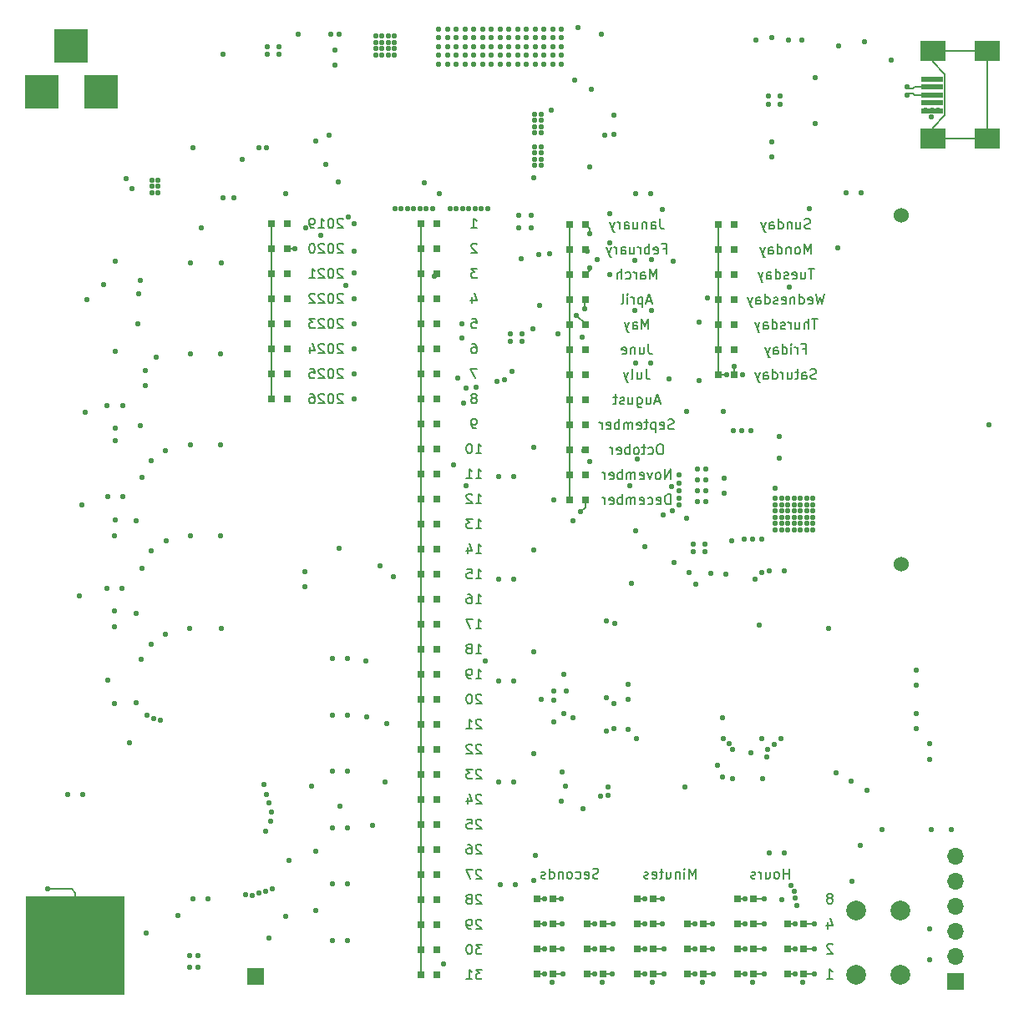
<source format=gbr>
G04 #@! TF.GenerationSoftware,KiCad,Pcbnew,(5.1.2)-1*
G04 #@! TF.CreationDate,2019-09-01T11:48:08-05:00*
G04 #@! TF.ProjectId,Electronic_Calendar,456c6563-7472-46f6-9e69-635f43616c65,rev?*
G04 #@! TF.SameCoordinates,Original*
G04 #@! TF.FileFunction,Copper,L4,Bot*
G04 #@! TF.FilePolarity,Positive*
%FSLAX46Y46*%
G04 Gerber Fmt 4.6, Leading zero omitted, Abs format (unit mm)*
G04 Created by KiCad (PCBNEW (5.1.2)-1) date 2019-09-01 11:48:08*
%MOMM*%
%LPD*%
G04 APERTURE LIST*
%ADD10C,0.150000*%
%ADD11C,1.524000*%
%ADD12R,0.800000X0.800000*%
%ADD13R,1.700000X1.700000*%
%ADD14R,10.000000X10.000000*%
%ADD15C,2.000000*%
%ADD16R,2.300000X0.500000*%
%ADD17R,2.500000X2.000000*%
%ADD18O,1.700000X1.700000*%
%ADD19R,3.500000X3.500000*%
%ADD20C,0.560000*%
%ADD21C,0.200000*%
%ADD22C,0.127000*%
G04 APERTURE END LIST*
D10*
X149574285Y-142311380D02*
X150145714Y-142311380D01*
X149860000Y-142311380D02*
X149860000Y-141311380D01*
X149955238Y-141454238D01*
X150050476Y-141549476D01*
X150145714Y-141597095D01*
X150145714Y-138866619D02*
X150098095Y-138819000D01*
X150002857Y-138771380D01*
X149764761Y-138771380D01*
X149669523Y-138819000D01*
X149621904Y-138866619D01*
X149574285Y-138961857D01*
X149574285Y-139057095D01*
X149621904Y-139199952D01*
X150193333Y-139771380D01*
X149574285Y-139771380D01*
X149669523Y-136564714D02*
X149669523Y-137231380D01*
X149907619Y-136183761D02*
X150145714Y-136898047D01*
X149526666Y-136898047D01*
X149955238Y-134119952D02*
X150050476Y-134072333D01*
X150098095Y-134024714D01*
X150145714Y-133929476D01*
X150145714Y-133881857D01*
X150098095Y-133786619D01*
X150050476Y-133739000D01*
X149955238Y-133691380D01*
X149764761Y-133691380D01*
X149669523Y-133739000D01*
X149621904Y-133786619D01*
X149574285Y-133881857D01*
X149574285Y-133929476D01*
X149621904Y-134024714D01*
X149669523Y-134072333D01*
X149764761Y-134119952D01*
X149955238Y-134119952D01*
X150050476Y-134167571D01*
X150098095Y-134215190D01*
X150145714Y-134310428D01*
X150145714Y-134500904D01*
X150098095Y-134596142D01*
X150050476Y-134643761D01*
X149955238Y-134691380D01*
X149764761Y-134691380D01*
X149669523Y-134643761D01*
X149621904Y-134596142D01*
X149574285Y-134500904D01*
X149574285Y-134310428D01*
X149621904Y-134215190D01*
X149669523Y-134167571D01*
X149764761Y-134119952D01*
X126412261Y-132103761D02*
X126269404Y-132151380D01*
X126031309Y-132151380D01*
X125936071Y-132103761D01*
X125888452Y-132056142D01*
X125840833Y-131960904D01*
X125840833Y-131865666D01*
X125888452Y-131770428D01*
X125936071Y-131722809D01*
X126031309Y-131675190D01*
X126221785Y-131627571D01*
X126317023Y-131579952D01*
X126364642Y-131532333D01*
X126412261Y-131437095D01*
X126412261Y-131341857D01*
X126364642Y-131246619D01*
X126317023Y-131199000D01*
X126221785Y-131151380D01*
X125983690Y-131151380D01*
X125840833Y-131199000D01*
X125031309Y-132103761D02*
X125126547Y-132151380D01*
X125317023Y-132151380D01*
X125412261Y-132103761D01*
X125459880Y-132008523D01*
X125459880Y-131627571D01*
X125412261Y-131532333D01*
X125317023Y-131484714D01*
X125126547Y-131484714D01*
X125031309Y-131532333D01*
X124983690Y-131627571D01*
X124983690Y-131722809D01*
X125459880Y-131818047D01*
X124126547Y-132103761D02*
X124221785Y-132151380D01*
X124412261Y-132151380D01*
X124507500Y-132103761D01*
X124555119Y-132056142D01*
X124602738Y-131960904D01*
X124602738Y-131675190D01*
X124555119Y-131579952D01*
X124507500Y-131532333D01*
X124412261Y-131484714D01*
X124221785Y-131484714D01*
X124126547Y-131532333D01*
X123555119Y-132151380D02*
X123650357Y-132103761D01*
X123697976Y-132056142D01*
X123745595Y-131960904D01*
X123745595Y-131675190D01*
X123697976Y-131579952D01*
X123650357Y-131532333D01*
X123555119Y-131484714D01*
X123412261Y-131484714D01*
X123317023Y-131532333D01*
X123269404Y-131579952D01*
X123221785Y-131675190D01*
X123221785Y-131960904D01*
X123269404Y-132056142D01*
X123317023Y-132103761D01*
X123412261Y-132151380D01*
X123555119Y-132151380D01*
X122793214Y-131484714D02*
X122793214Y-132151380D01*
X122793214Y-131579952D02*
X122745595Y-131532333D01*
X122650357Y-131484714D01*
X122507500Y-131484714D01*
X122412261Y-131532333D01*
X122364642Y-131627571D01*
X122364642Y-132151380D01*
X121459880Y-132151380D02*
X121459880Y-131151380D01*
X121459880Y-132103761D02*
X121555119Y-132151380D01*
X121745595Y-132151380D01*
X121840833Y-132103761D01*
X121888452Y-132056142D01*
X121936071Y-131960904D01*
X121936071Y-131675190D01*
X121888452Y-131579952D01*
X121840833Y-131532333D01*
X121745595Y-131484714D01*
X121555119Y-131484714D01*
X121459880Y-131532333D01*
X121031309Y-132103761D02*
X120936071Y-132151380D01*
X120745595Y-132151380D01*
X120650357Y-132103761D01*
X120602738Y-132008523D01*
X120602738Y-131960904D01*
X120650357Y-131865666D01*
X120745595Y-131818047D01*
X120888452Y-131818047D01*
X120983690Y-131770428D01*
X121031309Y-131675190D01*
X121031309Y-131627571D01*
X120983690Y-131532333D01*
X120888452Y-131484714D01*
X120745595Y-131484714D01*
X120650357Y-131532333D01*
X136262738Y-132151380D02*
X136262738Y-131151380D01*
X135929404Y-131865666D01*
X135596071Y-131151380D01*
X135596071Y-132151380D01*
X135119880Y-132151380D02*
X135119880Y-131484714D01*
X135119880Y-131151380D02*
X135167500Y-131199000D01*
X135119880Y-131246619D01*
X135072261Y-131199000D01*
X135119880Y-131151380D01*
X135119880Y-131246619D01*
X134643690Y-131484714D02*
X134643690Y-132151380D01*
X134643690Y-131579952D02*
X134596071Y-131532333D01*
X134500833Y-131484714D01*
X134357976Y-131484714D01*
X134262738Y-131532333D01*
X134215119Y-131627571D01*
X134215119Y-132151380D01*
X133310357Y-131484714D02*
X133310357Y-132151380D01*
X133738928Y-131484714D02*
X133738928Y-132008523D01*
X133691309Y-132103761D01*
X133596071Y-132151380D01*
X133453214Y-132151380D01*
X133357976Y-132103761D01*
X133310357Y-132056142D01*
X132977023Y-131484714D02*
X132596071Y-131484714D01*
X132834166Y-131151380D02*
X132834166Y-132008523D01*
X132786547Y-132103761D01*
X132691309Y-132151380D01*
X132596071Y-132151380D01*
X131881785Y-132103761D02*
X131977023Y-132151380D01*
X132167500Y-132151380D01*
X132262738Y-132103761D01*
X132310357Y-132008523D01*
X132310357Y-131627571D01*
X132262738Y-131532333D01*
X132167500Y-131484714D01*
X131977023Y-131484714D01*
X131881785Y-131532333D01*
X131834166Y-131627571D01*
X131834166Y-131722809D01*
X132310357Y-131818047D01*
X131453214Y-132103761D02*
X131357976Y-132151380D01*
X131167500Y-132151380D01*
X131072261Y-132103761D01*
X131024642Y-132008523D01*
X131024642Y-131960904D01*
X131072261Y-131865666D01*
X131167500Y-131818047D01*
X131310357Y-131818047D01*
X131405595Y-131770428D01*
X131453214Y-131675190D01*
X131453214Y-131627571D01*
X131405595Y-131532333D01*
X131310357Y-131484714D01*
X131167500Y-131484714D01*
X131072261Y-131532333D01*
X145732261Y-132151380D02*
X145732261Y-131151380D01*
X145732261Y-131627571D02*
X145160833Y-131627571D01*
X145160833Y-132151380D02*
X145160833Y-131151380D01*
X144541785Y-132151380D02*
X144637023Y-132103761D01*
X144684642Y-132056142D01*
X144732261Y-131960904D01*
X144732261Y-131675190D01*
X144684642Y-131579952D01*
X144637023Y-131532333D01*
X144541785Y-131484714D01*
X144398928Y-131484714D01*
X144303690Y-131532333D01*
X144256071Y-131579952D01*
X144208452Y-131675190D01*
X144208452Y-131960904D01*
X144256071Y-132056142D01*
X144303690Y-132103761D01*
X144398928Y-132151380D01*
X144541785Y-132151380D01*
X143351309Y-131484714D02*
X143351309Y-132151380D01*
X143779880Y-131484714D02*
X143779880Y-132008523D01*
X143732261Y-132103761D01*
X143637023Y-132151380D01*
X143494166Y-132151380D01*
X143398928Y-132103761D01*
X143351309Y-132056142D01*
X142875119Y-132151380D02*
X142875119Y-131484714D01*
X142875119Y-131675190D02*
X142827500Y-131579952D01*
X142779880Y-131532333D01*
X142684642Y-131484714D01*
X142589404Y-131484714D01*
X142303690Y-132103761D02*
X142208452Y-132151380D01*
X142017976Y-132151380D01*
X141922738Y-132103761D01*
X141875119Y-132008523D01*
X141875119Y-131960904D01*
X141922738Y-131865666D01*
X142017976Y-131818047D01*
X142160833Y-131818047D01*
X142256071Y-131770428D01*
X142303690Y-131675190D01*
X142303690Y-131627571D01*
X142256071Y-131532333D01*
X142160833Y-131484714D01*
X142017976Y-131484714D01*
X141922738Y-131532333D01*
X100520285Y-83050119D02*
X100472666Y-83002500D01*
X100377428Y-82954880D01*
X100139333Y-82954880D01*
X100044095Y-83002500D01*
X99996476Y-83050119D01*
X99948857Y-83145357D01*
X99948857Y-83240595D01*
X99996476Y-83383452D01*
X100567904Y-83954880D01*
X99948857Y-83954880D01*
X99329809Y-82954880D02*
X99234571Y-82954880D01*
X99139333Y-83002500D01*
X99091714Y-83050119D01*
X99044095Y-83145357D01*
X98996476Y-83335833D01*
X98996476Y-83573928D01*
X99044095Y-83764404D01*
X99091714Y-83859642D01*
X99139333Y-83907261D01*
X99234571Y-83954880D01*
X99329809Y-83954880D01*
X99425047Y-83907261D01*
X99472666Y-83859642D01*
X99520285Y-83764404D01*
X99567904Y-83573928D01*
X99567904Y-83335833D01*
X99520285Y-83145357D01*
X99472666Y-83050119D01*
X99425047Y-83002500D01*
X99329809Y-82954880D01*
X98615523Y-83050119D02*
X98567904Y-83002500D01*
X98472666Y-82954880D01*
X98234571Y-82954880D01*
X98139333Y-83002500D01*
X98091714Y-83050119D01*
X98044095Y-83145357D01*
X98044095Y-83240595D01*
X98091714Y-83383452D01*
X98663142Y-83954880D01*
X98044095Y-83954880D01*
X97186952Y-82954880D02*
X97377428Y-82954880D01*
X97472666Y-83002500D01*
X97520285Y-83050119D01*
X97615523Y-83192976D01*
X97663142Y-83383452D01*
X97663142Y-83764404D01*
X97615523Y-83859642D01*
X97567904Y-83907261D01*
X97472666Y-83954880D01*
X97282190Y-83954880D01*
X97186952Y-83907261D01*
X97139333Y-83859642D01*
X97091714Y-83764404D01*
X97091714Y-83526309D01*
X97139333Y-83431071D01*
X97186952Y-83383452D01*
X97282190Y-83335833D01*
X97472666Y-83335833D01*
X97567904Y-83383452D01*
X97615523Y-83431071D01*
X97663142Y-83526309D01*
X100520285Y-80510119D02*
X100472666Y-80462500D01*
X100377428Y-80414880D01*
X100139333Y-80414880D01*
X100044095Y-80462500D01*
X99996476Y-80510119D01*
X99948857Y-80605357D01*
X99948857Y-80700595D01*
X99996476Y-80843452D01*
X100567904Y-81414880D01*
X99948857Y-81414880D01*
X99329809Y-80414880D02*
X99234571Y-80414880D01*
X99139333Y-80462500D01*
X99091714Y-80510119D01*
X99044095Y-80605357D01*
X98996476Y-80795833D01*
X98996476Y-81033928D01*
X99044095Y-81224404D01*
X99091714Y-81319642D01*
X99139333Y-81367261D01*
X99234571Y-81414880D01*
X99329809Y-81414880D01*
X99425047Y-81367261D01*
X99472666Y-81319642D01*
X99520285Y-81224404D01*
X99567904Y-81033928D01*
X99567904Y-80795833D01*
X99520285Y-80605357D01*
X99472666Y-80510119D01*
X99425047Y-80462500D01*
X99329809Y-80414880D01*
X98615523Y-80510119D02*
X98567904Y-80462500D01*
X98472666Y-80414880D01*
X98234571Y-80414880D01*
X98139333Y-80462500D01*
X98091714Y-80510119D01*
X98044095Y-80605357D01*
X98044095Y-80700595D01*
X98091714Y-80843452D01*
X98663142Y-81414880D01*
X98044095Y-81414880D01*
X97139333Y-80414880D02*
X97615523Y-80414880D01*
X97663142Y-80891071D01*
X97615523Y-80843452D01*
X97520285Y-80795833D01*
X97282190Y-80795833D01*
X97186952Y-80843452D01*
X97139333Y-80891071D01*
X97091714Y-80986309D01*
X97091714Y-81224404D01*
X97139333Y-81319642D01*
X97186952Y-81367261D01*
X97282190Y-81414880D01*
X97520285Y-81414880D01*
X97615523Y-81367261D01*
X97663142Y-81319642D01*
X100520285Y-77970119D02*
X100472666Y-77922500D01*
X100377428Y-77874880D01*
X100139333Y-77874880D01*
X100044095Y-77922500D01*
X99996476Y-77970119D01*
X99948857Y-78065357D01*
X99948857Y-78160595D01*
X99996476Y-78303452D01*
X100567904Y-78874880D01*
X99948857Y-78874880D01*
X99329809Y-77874880D02*
X99234571Y-77874880D01*
X99139333Y-77922500D01*
X99091714Y-77970119D01*
X99044095Y-78065357D01*
X98996476Y-78255833D01*
X98996476Y-78493928D01*
X99044095Y-78684404D01*
X99091714Y-78779642D01*
X99139333Y-78827261D01*
X99234571Y-78874880D01*
X99329809Y-78874880D01*
X99425047Y-78827261D01*
X99472666Y-78779642D01*
X99520285Y-78684404D01*
X99567904Y-78493928D01*
X99567904Y-78255833D01*
X99520285Y-78065357D01*
X99472666Y-77970119D01*
X99425047Y-77922500D01*
X99329809Y-77874880D01*
X98615523Y-77970119D02*
X98567904Y-77922500D01*
X98472666Y-77874880D01*
X98234571Y-77874880D01*
X98139333Y-77922500D01*
X98091714Y-77970119D01*
X98044095Y-78065357D01*
X98044095Y-78160595D01*
X98091714Y-78303452D01*
X98663142Y-78874880D01*
X98044095Y-78874880D01*
X97186952Y-78208214D02*
X97186952Y-78874880D01*
X97425047Y-77827261D02*
X97663142Y-78541547D01*
X97044095Y-78541547D01*
X100520285Y-75430119D02*
X100472666Y-75382500D01*
X100377428Y-75334880D01*
X100139333Y-75334880D01*
X100044095Y-75382500D01*
X99996476Y-75430119D01*
X99948857Y-75525357D01*
X99948857Y-75620595D01*
X99996476Y-75763452D01*
X100567904Y-76334880D01*
X99948857Y-76334880D01*
X99329809Y-75334880D02*
X99234571Y-75334880D01*
X99139333Y-75382500D01*
X99091714Y-75430119D01*
X99044095Y-75525357D01*
X98996476Y-75715833D01*
X98996476Y-75953928D01*
X99044095Y-76144404D01*
X99091714Y-76239642D01*
X99139333Y-76287261D01*
X99234571Y-76334880D01*
X99329809Y-76334880D01*
X99425047Y-76287261D01*
X99472666Y-76239642D01*
X99520285Y-76144404D01*
X99567904Y-75953928D01*
X99567904Y-75715833D01*
X99520285Y-75525357D01*
X99472666Y-75430119D01*
X99425047Y-75382500D01*
X99329809Y-75334880D01*
X98615523Y-75430119D02*
X98567904Y-75382500D01*
X98472666Y-75334880D01*
X98234571Y-75334880D01*
X98139333Y-75382500D01*
X98091714Y-75430119D01*
X98044095Y-75525357D01*
X98044095Y-75620595D01*
X98091714Y-75763452D01*
X98663142Y-76334880D01*
X98044095Y-76334880D01*
X97710761Y-75334880D02*
X97091714Y-75334880D01*
X97425047Y-75715833D01*
X97282190Y-75715833D01*
X97186952Y-75763452D01*
X97139333Y-75811071D01*
X97091714Y-75906309D01*
X97091714Y-76144404D01*
X97139333Y-76239642D01*
X97186952Y-76287261D01*
X97282190Y-76334880D01*
X97567904Y-76334880D01*
X97663142Y-76287261D01*
X97710761Y-76239642D01*
X100520285Y-72890119D02*
X100472666Y-72842500D01*
X100377428Y-72794880D01*
X100139333Y-72794880D01*
X100044095Y-72842500D01*
X99996476Y-72890119D01*
X99948857Y-72985357D01*
X99948857Y-73080595D01*
X99996476Y-73223452D01*
X100567904Y-73794880D01*
X99948857Y-73794880D01*
X99329809Y-72794880D02*
X99234571Y-72794880D01*
X99139333Y-72842500D01*
X99091714Y-72890119D01*
X99044095Y-72985357D01*
X98996476Y-73175833D01*
X98996476Y-73413928D01*
X99044095Y-73604404D01*
X99091714Y-73699642D01*
X99139333Y-73747261D01*
X99234571Y-73794880D01*
X99329809Y-73794880D01*
X99425047Y-73747261D01*
X99472666Y-73699642D01*
X99520285Y-73604404D01*
X99567904Y-73413928D01*
X99567904Y-73175833D01*
X99520285Y-72985357D01*
X99472666Y-72890119D01*
X99425047Y-72842500D01*
X99329809Y-72794880D01*
X98615523Y-72890119D02*
X98567904Y-72842500D01*
X98472666Y-72794880D01*
X98234571Y-72794880D01*
X98139333Y-72842500D01*
X98091714Y-72890119D01*
X98044095Y-72985357D01*
X98044095Y-73080595D01*
X98091714Y-73223452D01*
X98663142Y-73794880D01*
X98044095Y-73794880D01*
X97663142Y-72890119D02*
X97615523Y-72842500D01*
X97520285Y-72794880D01*
X97282190Y-72794880D01*
X97186952Y-72842500D01*
X97139333Y-72890119D01*
X97091714Y-72985357D01*
X97091714Y-73080595D01*
X97139333Y-73223452D01*
X97710761Y-73794880D01*
X97091714Y-73794880D01*
X100520285Y-70350119D02*
X100472666Y-70302500D01*
X100377428Y-70254880D01*
X100139333Y-70254880D01*
X100044095Y-70302500D01*
X99996476Y-70350119D01*
X99948857Y-70445357D01*
X99948857Y-70540595D01*
X99996476Y-70683452D01*
X100567904Y-71254880D01*
X99948857Y-71254880D01*
X99329809Y-70254880D02*
X99234571Y-70254880D01*
X99139333Y-70302500D01*
X99091714Y-70350119D01*
X99044095Y-70445357D01*
X98996476Y-70635833D01*
X98996476Y-70873928D01*
X99044095Y-71064404D01*
X99091714Y-71159642D01*
X99139333Y-71207261D01*
X99234571Y-71254880D01*
X99329809Y-71254880D01*
X99425047Y-71207261D01*
X99472666Y-71159642D01*
X99520285Y-71064404D01*
X99567904Y-70873928D01*
X99567904Y-70635833D01*
X99520285Y-70445357D01*
X99472666Y-70350119D01*
X99425047Y-70302500D01*
X99329809Y-70254880D01*
X98615523Y-70350119D02*
X98567904Y-70302500D01*
X98472666Y-70254880D01*
X98234571Y-70254880D01*
X98139333Y-70302500D01*
X98091714Y-70350119D01*
X98044095Y-70445357D01*
X98044095Y-70540595D01*
X98091714Y-70683452D01*
X98663142Y-71254880D01*
X98044095Y-71254880D01*
X97091714Y-71254880D02*
X97663142Y-71254880D01*
X97377428Y-71254880D02*
X97377428Y-70254880D01*
X97472666Y-70397738D01*
X97567904Y-70492976D01*
X97663142Y-70540595D01*
X100520285Y-67810119D02*
X100472666Y-67762500D01*
X100377428Y-67714880D01*
X100139333Y-67714880D01*
X100044095Y-67762500D01*
X99996476Y-67810119D01*
X99948857Y-67905357D01*
X99948857Y-68000595D01*
X99996476Y-68143452D01*
X100567904Y-68714880D01*
X99948857Y-68714880D01*
X99329809Y-67714880D02*
X99234571Y-67714880D01*
X99139333Y-67762500D01*
X99091714Y-67810119D01*
X99044095Y-67905357D01*
X98996476Y-68095833D01*
X98996476Y-68333928D01*
X99044095Y-68524404D01*
X99091714Y-68619642D01*
X99139333Y-68667261D01*
X99234571Y-68714880D01*
X99329809Y-68714880D01*
X99425047Y-68667261D01*
X99472666Y-68619642D01*
X99520285Y-68524404D01*
X99567904Y-68333928D01*
X99567904Y-68095833D01*
X99520285Y-67905357D01*
X99472666Y-67810119D01*
X99425047Y-67762500D01*
X99329809Y-67714880D01*
X98615523Y-67810119D02*
X98567904Y-67762500D01*
X98472666Y-67714880D01*
X98234571Y-67714880D01*
X98139333Y-67762500D01*
X98091714Y-67810119D01*
X98044095Y-67905357D01*
X98044095Y-68000595D01*
X98091714Y-68143452D01*
X98663142Y-68714880D01*
X98044095Y-68714880D01*
X97425047Y-67714880D02*
X97329809Y-67714880D01*
X97234571Y-67762500D01*
X97186952Y-67810119D01*
X97139333Y-67905357D01*
X97091714Y-68095833D01*
X97091714Y-68333928D01*
X97139333Y-68524404D01*
X97186952Y-68619642D01*
X97234571Y-68667261D01*
X97329809Y-68714880D01*
X97425047Y-68714880D01*
X97520285Y-68667261D01*
X97567904Y-68619642D01*
X97615523Y-68524404D01*
X97663142Y-68333928D01*
X97663142Y-68095833D01*
X97615523Y-67905357D01*
X97567904Y-67810119D01*
X97520285Y-67762500D01*
X97425047Y-67714880D01*
X100520285Y-65270119D02*
X100472666Y-65222500D01*
X100377428Y-65174880D01*
X100139333Y-65174880D01*
X100044095Y-65222500D01*
X99996476Y-65270119D01*
X99948857Y-65365357D01*
X99948857Y-65460595D01*
X99996476Y-65603452D01*
X100567904Y-66174880D01*
X99948857Y-66174880D01*
X99329809Y-65174880D02*
X99234571Y-65174880D01*
X99139333Y-65222500D01*
X99091714Y-65270119D01*
X99044095Y-65365357D01*
X98996476Y-65555833D01*
X98996476Y-65793928D01*
X99044095Y-65984404D01*
X99091714Y-66079642D01*
X99139333Y-66127261D01*
X99234571Y-66174880D01*
X99329809Y-66174880D01*
X99425047Y-66127261D01*
X99472666Y-66079642D01*
X99520285Y-65984404D01*
X99567904Y-65793928D01*
X99567904Y-65555833D01*
X99520285Y-65365357D01*
X99472666Y-65270119D01*
X99425047Y-65222500D01*
X99329809Y-65174880D01*
X98044095Y-66174880D02*
X98615523Y-66174880D01*
X98329809Y-66174880D02*
X98329809Y-65174880D01*
X98425047Y-65317738D01*
X98520285Y-65412976D01*
X98615523Y-65460595D01*
X97567904Y-66174880D02*
X97377428Y-66174880D01*
X97282190Y-66127261D01*
X97234571Y-66079642D01*
X97139333Y-65936785D01*
X97091714Y-65746309D01*
X97091714Y-65365357D01*
X97139333Y-65270119D01*
X97186952Y-65222500D01*
X97282190Y-65174880D01*
X97472666Y-65174880D01*
X97567904Y-65222500D01*
X97615523Y-65270119D01*
X97663142Y-65365357D01*
X97663142Y-65603452D01*
X97615523Y-65698690D01*
X97567904Y-65746309D01*
X97472666Y-65793928D01*
X97282190Y-65793928D01*
X97186952Y-65746309D01*
X97139333Y-65698690D01*
X97091714Y-65603452D01*
X148486428Y-81430761D02*
X148343571Y-81478380D01*
X148105476Y-81478380D01*
X148010238Y-81430761D01*
X147962619Y-81383142D01*
X147914999Y-81287904D01*
X147914999Y-81192666D01*
X147962619Y-81097428D01*
X148010238Y-81049809D01*
X148105476Y-81002190D01*
X148295952Y-80954571D01*
X148391190Y-80906952D01*
X148438809Y-80859333D01*
X148486428Y-80764095D01*
X148486428Y-80668857D01*
X148438809Y-80573619D01*
X148391190Y-80526000D01*
X148295952Y-80478380D01*
X148057857Y-80478380D01*
X147914999Y-80526000D01*
X147057857Y-81478380D02*
X147057857Y-80954571D01*
X147105476Y-80859333D01*
X147200714Y-80811714D01*
X147391190Y-80811714D01*
X147486428Y-80859333D01*
X147057857Y-81430761D02*
X147153095Y-81478380D01*
X147391190Y-81478380D01*
X147486428Y-81430761D01*
X147534047Y-81335523D01*
X147534047Y-81240285D01*
X147486428Y-81145047D01*
X147391190Y-81097428D01*
X147153095Y-81097428D01*
X147057857Y-81049809D01*
X146724523Y-80811714D02*
X146343571Y-80811714D01*
X146581666Y-80478380D02*
X146581666Y-81335523D01*
X146534047Y-81430761D01*
X146438809Y-81478380D01*
X146343571Y-81478380D01*
X145581666Y-80811714D02*
X145581666Y-81478380D01*
X146010238Y-80811714D02*
X146010238Y-81335523D01*
X145962619Y-81430761D01*
X145867380Y-81478380D01*
X145724523Y-81478380D01*
X145629285Y-81430761D01*
X145581666Y-81383142D01*
X145105476Y-81478380D02*
X145105476Y-80811714D01*
X145105476Y-81002190D02*
X145057857Y-80906952D01*
X145010238Y-80859333D01*
X144914999Y-80811714D01*
X144819761Y-80811714D01*
X144057857Y-81478380D02*
X144057857Y-80478380D01*
X144057857Y-81430761D02*
X144153095Y-81478380D01*
X144343571Y-81478380D01*
X144438809Y-81430761D01*
X144486428Y-81383142D01*
X144534047Y-81287904D01*
X144534047Y-81002190D01*
X144486428Y-80906952D01*
X144438809Y-80859333D01*
X144343571Y-80811714D01*
X144153095Y-80811714D01*
X144057857Y-80859333D01*
X143153095Y-81478380D02*
X143153095Y-80954571D01*
X143200714Y-80859333D01*
X143295952Y-80811714D01*
X143486428Y-80811714D01*
X143581666Y-80859333D01*
X143153095Y-81430761D02*
X143248333Y-81478380D01*
X143486428Y-81478380D01*
X143581666Y-81430761D01*
X143629285Y-81335523D01*
X143629285Y-81240285D01*
X143581666Y-81145047D01*
X143486428Y-81097428D01*
X143248333Y-81097428D01*
X143153095Y-81049809D01*
X142772142Y-80811714D02*
X142534047Y-81478380D01*
X142295952Y-80811714D02*
X142534047Y-81478380D01*
X142629285Y-81716476D01*
X142676904Y-81764095D01*
X142772142Y-81811714D01*
X147105476Y-78414571D02*
X147438809Y-78414571D01*
X147438809Y-78938380D02*
X147438809Y-77938380D01*
X146962619Y-77938380D01*
X146581666Y-78938380D02*
X146581666Y-78271714D01*
X146581666Y-78462190D02*
X146534047Y-78366952D01*
X146486428Y-78319333D01*
X146391190Y-78271714D01*
X146295952Y-78271714D01*
X145962619Y-78938380D02*
X145962619Y-78271714D01*
X145962619Y-77938380D02*
X146010238Y-77986000D01*
X145962619Y-78033619D01*
X145915000Y-77986000D01*
X145962619Y-77938380D01*
X145962619Y-78033619D01*
X145057857Y-78938380D02*
X145057857Y-77938380D01*
X145057857Y-78890761D02*
X145153095Y-78938380D01*
X145343571Y-78938380D01*
X145438809Y-78890761D01*
X145486428Y-78843142D01*
X145534047Y-78747904D01*
X145534047Y-78462190D01*
X145486428Y-78366952D01*
X145438809Y-78319333D01*
X145343571Y-78271714D01*
X145153095Y-78271714D01*
X145057857Y-78319333D01*
X144153095Y-78938380D02*
X144153095Y-78414571D01*
X144200714Y-78319333D01*
X144295952Y-78271714D01*
X144486428Y-78271714D01*
X144581666Y-78319333D01*
X144153095Y-78890761D02*
X144248333Y-78938380D01*
X144486428Y-78938380D01*
X144581666Y-78890761D01*
X144629285Y-78795523D01*
X144629285Y-78700285D01*
X144581666Y-78605047D01*
X144486428Y-78557428D01*
X144248333Y-78557428D01*
X144153095Y-78509809D01*
X143772142Y-78271714D02*
X143534047Y-78938380D01*
X143295952Y-78271714D02*
X143534047Y-78938380D01*
X143629285Y-79176476D01*
X143676904Y-79224095D01*
X143772142Y-79271714D01*
X148605476Y-75398380D02*
X148034047Y-75398380D01*
X148319761Y-76398380D02*
X148319761Y-75398380D01*
X147700714Y-76398380D02*
X147700714Y-75398380D01*
X147272142Y-76398380D02*
X147272142Y-75874571D01*
X147319761Y-75779333D01*
X147415000Y-75731714D01*
X147557857Y-75731714D01*
X147653095Y-75779333D01*
X147700714Y-75826952D01*
X146367380Y-75731714D02*
X146367380Y-76398380D01*
X146795952Y-75731714D02*
X146795952Y-76255523D01*
X146748333Y-76350761D01*
X146653095Y-76398380D01*
X146510238Y-76398380D01*
X146415000Y-76350761D01*
X146367380Y-76303142D01*
X145891190Y-76398380D02*
X145891190Y-75731714D01*
X145891190Y-75922190D02*
X145843571Y-75826952D01*
X145795952Y-75779333D01*
X145700714Y-75731714D01*
X145605476Y-75731714D01*
X145319761Y-76350761D02*
X145224523Y-76398380D01*
X145034047Y-76398380D01*
X144938809Y-76350761D01*
X144891190Y-76255523D01*
X144891190Y-76207904D01*
X144938809Y-76112666D01*
X145034047Y-76065047D01*
X145176904Y-76065047D01*
X145272142Y-76017428D01*
X145319761Y-75922190D01*
X145319761Y-75874571D01*
X145272142Y-75779333D01*
X145176904Y-75731714D01*
X145034047Y-75731714D01*
X144938809Y-75779333D01*
X144034047Y-76398380D02*
X144034047Y-75398380D01*
X144034047Y-76350761D02*
X144129285Y-76398380D01*
X144319761Y-76398380D01*
X144415000Y-76350761D01*
X144462619Y-76303142D01*
X144510238Y-76207904D01*
X144510238Y-75922190D01*
X144462619Y-75826952D01*
X144415000Y-75779333D01*
X144319761Y-75731714D01*
X144129285Y-75731714D01*
X144034047Y-75779333D01*
X143129285Y-76398380D02*
X143129285Y-75874571D01*
X143176904Y-75779333D01*
X143272142Y-75731714D01*
X143462619Y-75731714D01*
X143557857Y-75779333D01*
X143129285Y-76350761D02*
X143224523Y-76398380D01*
X143462619Y-76398380D01*
X143557857Y-76350761D01*
X143605476Y-76255523D01*
X143605476Y-76160285D01*
X143557857Y-76065047D01*
X143462619Y-76017428D01*
X143224523Y-76017428D01*
X143129285Y-75969809D01*
X142748333Y-75731714D02*
X142510238Y-76398380D01*
X142272142Y-75731714D02*
X142510238Y-76398380D01*
X142605476Y-76636476D01*
X142653095Y-76684095D01*
X142748333Y-76731714D01*
X149295952Y-72858380D02*
X149057857Y-73858380D01*
X148867380Y-73144095D01*
X148676904Y-73858380D01*
X148438809Y-72858380D01*
X147676904Y-73810761D02*
X147772142Y-73858380D01*
X147962619Y-73858380D01*
X148057857Y-73810761D01*
X148105476Y-73715523D01*
X148105476Y-73334571D01*
X148057857Y-73239333D01*
X147962619Y-73191714D01*
X147772142Y-73191714D01*
X147676904Y-73239333D01*
X147629285Y-73334571D01*
X147629285Y-73429809D01*
X148105476Y-73525047D01*
X146772142Y-73858380D02*
X146772142Y-72858380D01*
X146772142Y-73810761D02*
X146867380Y-73858380D01*
X147057857Y-73858380D01*
X147153095Y-73810761D01*
X147200714Y-73763142D01*
X147248333Y-73667904D01*
X147248333Y-73382190D01*
X147200714Y-73286952D01*
X147153095Y-73239333D01*
X147057857Y-73191714D01*
X146867380Y-73191714D01*
X146772142Y-73239333D01*
X146295952Y-73191714D02*
X146295952Y-73858380D01*
X146295952Y-73286952D02*
X146248333Y-73239333D01*
X146153095Y-73191714D01*
X146010238Y-73191714D01*
X145915000Y-73239333D01*
X145867380Y-73334571D01*
X145867380Y-73858380D01*
X145010238Y-73810761D02*
X145105476Y-73858380D01*
X145295952Y-73858380D01*
X145391190Y-73810761D01*
X145438809Y-73715523D01*
X145438809Y-73334571D01*
X145391190Y-73239333D01*
X145295952Y-73191714D01*
X145105476Y-73191714D01*
X145010238Y-73239333D01*
X144962619Y-73334571D01*
X144962619Y-73429809D01*
X145438809Y-73525047D01*
X144581666Y-73810761D02*
X144486428Y-73858380D01*
X144295952Y-73858380D01*
X144200714Y-73810761D01*
X144153095Y-73715523D01*
X144153095Y-73667904D01*
X144200714Y-73572666D01*
X144295952Y-73525047D01*
X144438809Y-73525047D01*
X144534047Y-73477428D01*
X144581666Y-73382190D01*
X144581666Y-73334571D01*
X144534047Y-73239333D01*
X144438809Y-73191714D01*
X144295952Y-73191714D01*
X144200714Y-73239333D01*
X143295952Y-73858380D02*
X143295952Y-72858380D01*
X143295952Y-73810761D02*
X143391190Y-73858380D01*
X143581666Y-73858380D01*
X143676904Y-73810761D01*
X143724523Y-73763142D01*
X143772142Y-73667904D01*
X143772142Y-73382190D01*
X143724523Y-73286952D01*
X143676904Y-73239333D01*
X143581666Y-73191714D01*
X143391190Y-73191714D01*
X143295952Y-73239333D01*
X142391190Y-73858380D02*
X142391190Y-73334571D01*
X142438809Y-73239333D01*
X142534047Y-73191714D01*
X142724523Y-73191714D01*
X142819761Y-73239333D01*
X142391190Y-73810761D02*
X142486428Y-73858380D01*
X142724523Y-73858380D01*
X142819761Y-73810761D01*
X142867380Y-73715523D01*
X142867380Y-73620285D01*
X142819761Y-73525047D01*
X142724523Y-73477428D01*
X142486428Y-73477428D01*
X142391190Y-73429809D01*
X142010238Y-73191714D02*
X141772142Y-73858380D01*
X141534047Y-73191714D02*
X141772142Y-73858380D01*
X141867380Y-74096476D01*
X141915000Y-74144095D01*
X142010238Y-74191714D01*
X148272142Y-70318380D02*
X147700714Y-70318380D01*
X147986428Y-71318380D02*
X147986428Y-70318380D01*
X146938809Y-70651714D02*
X146938809Y-71318380D01*
X147367380Y-70651714D02*
X147367380Y-71175523D01*
X147319761Y-71270761D01*
X147224523Y-71318380D01*
X147081666Y-71318380D01*
X146986428Y-71270761D01*
X146938809Y-71223142D01*
X146081666Y-71270761D02*
X146176904Y-71318380D01*
X146367380Y-71318380D01*
X146462619Y-71270761D01*
X146510238Y-71175523D01*
X146510238Y-70794571D01*
X146462619Y-70699333D01*
X146367380Y-70651714D01*
X146176904Y-70651714D01*
X146081666Y-70699333D01*
X146034047Y-70794571D01*
X146034047Y-70889809D01*
X146510238Y-70985047D01*
X145653095Y-71270761D02*
X145557857Y-71318380D01*
X145367380Y-71318380D01*
X145272142Y-71270761D01*
X145224523Y-71175523D01*
X145224523Y-71127904D01*
X145272142Y-71032666D01*
X145367380Y-70985047D01*
X145510238Y-70985047D01*
X145605476Y-70937428D01*
X145653095Y-70842190D01*
X145653095Y-70794571D01*
X145605476Y-70699333D01*
X145510238Y-70651714D01*
X145367380Y-70651714D01*
X145272142Y-70699333D01*
X144367380Y-71318380D02*
X144367380Y-70318380D01*
X144367380Y-71270761D02*
X144462619Y-71318380D01*
X144653095Y-71318380D01*
X144748333Y-71270761D01*
X144795952Y-71223142D01*
X144843571Y-71127904D01*
X144843571Y-70842190D01*
X144795952Y-70746952D01*
X144748333Y-70699333D01*
X144653095Y-70651714D01*
X144462619Y-70651714D01*
X144367380Y-70699333D01*
X143462619Y-71318380D02*
X143462619Y-70794571D01*
X143510238Y-70699333D01*
X143605476Y-70651714D01*
X143795952Y-70651714D01*
X143891190Y-70699333D01*
X143462619Y-71270761D02*
X143557857Y-71318380D01*
X143795952Y-71318380D01*
X143891190Y-71270761D01*
X143938809Y-71175523D01*
X143938809Y-71080285D01*
X143891190Y-70985047D01*
X143795952Y-70937428D01*
X143557857Y-70937428D01*
X143462619Y-70889809D01*
X143081666Y-70651714D02*
X142843571Y-71318380D01*
X142605476Y-70651714D02*
X142843571Y-71318380D01*
X142938809Y-71556476D01*
X142986428Y-71604095D01*
X143081666Y-71651714D01*
X147938809Y-68778380D02*
X147938809Y-67778380D01*
X147605476Y-68492666D01*
X147272142Y-67778380D01*
X147272142Y-68778380D01*
X146653095Y-68778380D02*
X146748333Y-68730761D01*
X146795952Y-68683142D01*
X146843571Y-68587904D01*
X146843571Y-68302190D01*
X146795952Y-68206952D01*
X146748333Y-68159333D01*
X146653095Y-68111714D01*
X146510238Y-68111714D01*
X146414999Y-68159333D01*
X146367380Y-68206952D01*
X146319761Y-68302190D01*
X146319761Y-68587904D01*
X146367380Y-68683142D01*
X146414999Y-68730761D01*
X146510238Y-68778380D01*
X146653095Y-68778380D01*
X145891190Y-68111714D02*
X145891190Y-68778380D01*
X145891190Y-68206952D02*
X145843571Y-68159333D01*
X145748333Y-68111714D01*
X145605476Y-68111714D01*
X145510238Y-68159333D01*
X145462619Y-68254571D01*
X145462619Y-68778380D01*
X144557857Y-68778380D02*
X144557857Y-67778380D01*
X144557857Y-68730761D02*
X144653095Y-68778380D01*
X144843571Y-68778380D01*
X144938809Y-68730761D01*
X144986428Y-68683142D01*
X145034047Y-68587904D01*
X145034047Y-68302190D01*
X144986428Y-68206952D01*
X144938809Y-68159333D01*
X144843571Y-68111714D01*
X144653095Y-68111714D01*
X144557857Y-68159333D01*
X143653095Y-68778380D02*
X143653095Y-68254571D01*
X143700714Y-68159333D01*
X143795952Y-68111714D01*
X143986428Y-68111714D01*
X144081666Y-68159333D01*
X143653095Y-68730761D02*
X143748333Y-68778380D01*
X143986428Y-68778380D01*
X144081666Y-68730761D01*
X144129285Y-68635523D01*
X144129285Y-68540285D01*
X144081666Y-68445047D01*
X143986428Y-68397428D01*
X143748333Y-68397428D01*
X143653095Y-68349809D01*
X143272142Y-68111714D02*
X143034047Y-68778380D01*
X142795952Y-68111714D02*
X143034047Y-68778380D01*
X143129285Y-69016476D01*
X143176904Y-69064095D01*
X143272142Y-69111714D01*
X147891190Y-66190761D02*
X147748333Y-66238380D01*
X147510238Y-66238380D01*
X147415000Y-66190761D01*
X147367380Y-66143142D01*
X147319761Y-66047904D01*
X147319761Y-65952666D01*
X147367380Y-65857428D01*
X147415000Y-65809809D01*
X147510238Y-65762190D01*
X147700714Y-65714571D01*
X147795952Y-65666952D01*
X147843571Y-65619333D01*
X147891190Y-65524095D01*
X147891190Y-65428857D01*
X147843571Y-65333619D01*
X147795952Y-65286000D01*
X147700714Y-65238380D01*
X147462619Y-65238380D01*
X147319761Y-65286000D01*
X146462619Y-65571714D02*
X146462619Y-66238380D01*
X146891190Y-65571714D02*
X146891190Y-66095523D01*
X146843571Y-66190761D01*
X146748333Y-66238380D01*
X146605476Y-66238380D01*
X146510238Y-66190761D01*
X146462619Y-66143142D01*
X145986428Y-65571714D02*
X145986428Y-66238380D01*
X145986428Y-65666952D02*
X145938809Y-65619333D01*
X145843571Y-65571714D01*
X145700714Y-65571714D01*
X145605476Y-65619333D01*
X145557857Y-65714571D01*
X145557857Y-66238380D01*
X144653095Y-66238380D02*
X144653095Y-65238380D01*
X144653095Y-66190761D02*
X144748333Y-66238380D01*
X144938809Y-66238380D01*
X145034047Y-66190761D01*
X145081666Y-66143142D01*
X145129285Y-66047904D01*
X145129285Y-65762190D01*
X145081666Y-65666952D01*
X145034047Y-65619333D01*
X144938809Y-65571714D01*
X144748333Y-65571714D01*
X144653095Y-65619333D01*
X143748333Y-66238380D02*
X143748333Y-65714571D01*
X143795952Y-65619333D01*
X143891190Y-65571714D01*
X144081666Y-65571714D01*
X144176904Y-65619333D01*
X143748333Y-66190761D02*
X143843571Y-66238380D01*
X144081666Y-66238380D01*
X144176904Y-66190761D01*
X144224523Y-66095523D01*
X144224523Y-66000285D01*
X144176904Y-65905047D01*
X144081666Y-65857428D01*
X143843571Y-65857428D01*
X143748333Y-65809809D01*
X143367380Y-65571714D02*
X143129285Y-66238380D01*
X142891190Y-65571714D02*
X143129285Y-66238380D01*
X143224523Y-66476476D01*
X143272142Y-66524095D01*
X143367380Y-66571714D01*
X114601523Y-141374880D02*
X113982476Y-141374880D01*
X114315809Y-141755833D01*
X114172952Y-141755833D01*
X114077714Y-141803452D01*
X114030095Y-141851071D01*
X113982476Y-141946309D01*
X113982476Y-142184404D01*
X114030095Y-142279642D01*
X114077714Y-142327261D01*
X114172952Y-142374880D01*
X114458666Y-142374880D01*
X114553904Y-142327261D01*
X114601523Y-142279642D01*
X113030095Y-142374880D02*
X113601523Y-142374880D01*
X113315809Y-142374880D02*
X113315809Y-141374880D01*
X113411047Y-141517738D01*
X113506285Y-141612976D01*
X113601523Y-141660595D01*
X114601523Y-138834880D02*
X113982476Y-138834880D01*
X114315809Y-139215833D01*
X114172952Y-139215833D01*
X114077714Y-139263452D01*
X114030095Y-139311071D01*
X113982476Y-139406309D01*
X113982476Y-139644404D01*
X114030095Y-139739642D01*
X114077714Y-139787261D01*
X114172952Y-139834880D01*
X114458666Y-139834880D01*
X114553904Y-139787261D01*
X114601523Y-139739642D01*
X113363428Y-138834880D02*
X113268190Y-138834880D01*
X113172952Y-138882500D01*
X113125333Y-138930119D01*
X113077714Y-139025357D01*
X113030095Y-139215833D01*
X113030095Y-139453928D01*
X113077714Y-139644404D01*
X113125333Y-139739642D01*
X113172952Y-139787261D01*
X113268190Y-139834880D01*
X113363428Y-139834880D01*
X113458666Y-139787261D01*
X113506285Y-139739642D01*
X113553904Y-139644404D01*
X113601523Y-139453928D01*
X113601523Y-139215833D01*
X113553904Y-139025357D01*
X113506285Y-138930119D01*
X113458666Y-138882500D01*
X113363428Y-138834880D01*
X114553904Y-136390119D02*
X114506285Y-136342500D01*
X114411047Y-136294880D01*
X114172952Y-136294880D01*
X114077714Y-136342500D01*
X114030095Y-136390119D01*
X113982476Y-136485357D01*
X113982476Y-136580595D01*
X114030095Y-136723452D01*
X114601523Y-137294880D01*
X113982476Y-137294880D01*
X113506285Y-137294880D02*
X113315809Y-137294880D01*
X113220571Y-137247261D01*
X113172952Y-137199642D01*
X113077714Y-137056785D01*
X113030095Y-136866309D01*
X113030095Y-136485357D01*
X113077714Y-136390119D01*
X113125333Y-136342500D01*
X113220571Y-136294880D01*
X113411047Y-136294880D01*
X113506285Y-136342500D01*
X113553904Y-136390119D01*
X113601523Y-136485357D01*
X113601523Y-136723452D01*
X113553904Y-136818690D01*
X113506285Y-136866309D01*
X113411047Y-136913928D01*
X113220571Y-136913928D01*
X113125333Y-136866309D01*
X113077714Y-136818690D01*
X113030095Y-136723452D01*
X114553904Y-133850119D02*
X114506285Y-133802500D01*
X114411047Y-133754880D01*
X114172952Y-133754880D01*
X114077714Y-133802500D01*
X114030095Y-133850119D01*
X113982476Y-133945357D01*
X113982476Y-134040595D01*
X114030095Y-134183452D01*
X114601523Y-134754880D01*
X113982476Y-134754880D01*
X113411047Y-134183452D02*
X113506285Y-134135833D01*
X113553904Y-134088214D01*
X113601523Y-133992976D01*
X113601523Y-133945357D01*
X113553904Y-133850119D01*
X113506285Y-133802500D01*
X113411047Y-133754880D01*
X113220571Y-133754880D01*
X113125333Y-133802500D01*
X113077714Y-133850119D01*
X113030095Y-133945357D01*
X113030095Y-133992976D01*
X113077714Y-134088214D01*
X113125333Y-134135833D01*
X113220571Y-134183452D01*
X113411047Y-134183452D01*
X113506285Y-134231071D01*
X113553904Y-134278690D01*
X113601523Y-134373928D01*
X113601523Y-134564404D01*
X113553904Y-134659642D01*
X113506285Y-134707261D01*
X113411047Y-134754880D01*
X113220571Y-134754880D01*
X113125333Y-134707261D01*
X113077714Y-134659642D01*
X113030095Y-134564404D01*
X113030095Y-134373928D01*
X113077714Y-134278690D01*
X113125333Y-134231071D01*
X113220571Y-134183452D01*
X114553904Y-131310119D02*
X114506285Y-131262500D01*
X114411047Y-131214880D01*
X114172952Y-131214880D01*
X114077714Y-131262500D01*
X114030095Y-131310119D01*
X113982476Y-131405357D01*
X113982476Y-131500595D01*
X114030095Y-131643452D01*
X114601523Y-132214880D01*
X113982476Y-132214880D01*
X113649142Y-131214880D02*
X112982476Y-131214880D01*
X113411047Y-132214880D01*
X114553904Y-128770119D02*
X114506285Y-128722500D01*
X114411047Y-128674880D01*
X114172952Y-128674880D01*
X114077714Y-128722500D01*
X114030095Y-128770119D01*
X113982476Y-128865357D01*
X113982476Y-128960595D01*
X114030095Y-129103452D01*
X114601523Y-129674880D01*
X113982476Y-129674880D01*
X113125333Y-128674880D02*
X113315809Y-128674880D01*
X113411047Y-128722500D01*
X113458666Y-128770119D01*
X113553904Y-128912976D01*
X113601523Y-129103452D01*
X113601523Y-129484404D01*
X113553904Y-129579642D01*
X113506285Y-129627261D01*
X113411047Y-129674880D01*
X113220571Y-129674880D01*
X113125333Y-129627261D01*
X113077714Y-129579642D01*
X113030095Y-129484404D01*
X113030095Y-129246309D01*
X113077714Y-129151071D01*
X113125333Y-129103452D01*
X113220571Y-129055833D01*
X113411047Y-129055833D01*
X113506285Y-129103452D01*
X113553904Y-129151071D01*
X113601523Y-129246309D01*
X114553904Y-126230119D02*
X114506285Y-126182500D01*
X114411047Y-126134880D01*
X114172952Y-126134880D01*
X114077714Y-126182500D01*
X114030095Y-126230119D01*
X113982476Y-126325357D01*
X113982476Y-126420595D01*
X114030095Y-126563452D01*
X114601523Y-127134880D01*
X113982476Y-127134880D01*
X113077714Y-126134880D02*
X113553904Y-126134880D01*
X113601523Y-126611071D01*
X113553904Y-126563452D01*
X113458666Y-126515833D01*
X113220571Y-126515833D01*
X113125333Y-126563452D01*
X113077714Y-126611071D01*
X113030095Y-126706309D01*
X113030095Y-126944404D01*
X113077714Y-127039642D01*
X113125333Y-127087261D01*
X113220571Y-127134880D01*
X113458666Y-127134880D01*
X113553904Y-127087261D01*
X113601523Y-127039642D01*
X114553904Y-123690119D02*
X114506285Y-123642500D01*
X114411047Y-123594880D01*
X114172952Y-123594880D01*
X114077714Y-123642500D01*
X114030095Y-123690119D01*
X113982476Y-123785357D01*
X113982476Y-123880595D01*
X114030095Y-124023452D01*
X114601523Y-124594880D01*
X113982476Y-124594880D01*
X113125333Y-123928214D02*
X113125333Y-124594880D01*
X113363428Y-123547261D02*
X113601523Y-124261547D01*
X112982476Y-124261547D01*
X114553904Y-121150119D02*
X114506285Y-121102500D01*
X114411047Y-121054880D01*
X114172952Y-121054880D01*
X114077714Y-121102500D01*
X114030095Y-121150119D01*
X113982476Y-121245357D01*
X113982476Y-121340595D01*
X114030095Y-121483452D01*
X114601523Y-122054880D01*
X113982476Y-122054880D01*
X113649142Y-121054880D02*
X113030095Y-121054880D01*
X113363428Y-121435833D01*
X113220571Y-121435833D01*
X113125333Y-121483452D01*
X113077714Y-121531071D01*
X113030095Y-121626309D01*
X113030095Y-121864404D01*
X113077714Y-121959642D01*
X113125333Y-122007261D01*
X113220571Y-122054880D01*
X113506285Y-122054880D01*
X113601523Y-122007261D01*
X113649142Y-121959642D01*
X114553904Y-118610119D02*
X114506285Y-118562500D01*
X114411047Y-118514880D01*
X114172952Y-118514880D01*
X114077714Y-118562500D01*
X114030095Y-118610119D01*
X113982476Y-118705357D01*
X113982476Y-118800595D01*
X114030095Y-118943452D01*
X114601523Y-119514880D01*
X113982476Y-119514880D01*
X113601523Y-118610119D02*
X113553904Y-118562500D01*
X113458666Y-118514880D01*
X113220571Y-118514880D01*
X113125333Y-118562500D01*
X113077714Y-118610119D01*
X113030095Y-118705357D01*
X113030095Y-118800595D01*
X113077714Y-118943452D01*
X113649142Y-119514880D01*
X113030095Y-119514880D01*
X114553904Y-116070119D02*
X114506285Y-116022500D01*
X114411047Y-115974880D01*
X114172952Y-115974880D01*
X114077714Y-116022500D01*
X114030095Y-116070119D01*
X113982476Y-116165357D01*
X113982476Y-116260595D01*
X114030095Y-116403452D01*
X114601523Y-116974880D01*
X113982476Y-116974880D01*
X113030095Y-116974880D02*
X113601523Y-116974880D01*
X113315809Y-116974880D02*
X113315809Y-115974880D01*
X113411047Y-116117738D01*
X113506285Y-116212976D01*
X113601523Y-116260595D01*
X114553904Y-113530119D02*
X114506285Y-113482500D01*
X114411047Y-113434880D01*
X114172952Y-113434880D01*
X114077714Y-113482500D01*
X114030095Y-113530119D01*
X113982476Y-113625357D01*
X113982476Y-113720595D01*
X114030095Y-113863452D01*
X114601523Y-114434880D01*
X113982476Y-114434880D01*
X113363428Y-113434880D02*
X113268190Y-113434880D01*
X113172952Y-113482500D01*
X113125333Y-113530119D01*
X113077714Y-113625357D01*
X113030095Y-113815833D01*
X113030095Y-114053928D01*
X113077714Y-114244404D01*
X113125333Y-114339642D01*
X113172952Y-114387261D01*
X113268190Y-114434880D01*
X113363428Y-114434880D01*
X113458666Y-114387261D01*
X113506285Y-114339642D01*
X113553904Y-114244404D01*
X113601523Y-114053928D01*
X113601523Y-113815833D01*
X113553904Y-113625357D01*
X113506285Y-113530119D01*
X113458666Y-113482500D01*
X113363428Y-113434880D01*
X113982476Y-111894880D02*
X114553904Y-111894880D01*
X114268190Y-111894880D02*
X114268190Y-110894880D01*
X114363428Y-111037738D01*
X114458666Y-111132976D01*
X114553904Y-111180595D01*
X113506285Y-111894880D02*
X113315809Y-111894880D01*
X113220571Y-111847261D01*
X113172952Y-111799642D01*
X113077714Y-111656785D01*
X113030095Y-111466309D01*
X113030095Y-111085357D01*
X113077714Y-110990119D01*
X113125333Y-110942500D01*
X113220571Y-110894880D01*
X113411047Y-110894880D01*
X113506285Y-110942500D01*
X113553904Y-110990119D01*
X113601523Y-111085357D01*
X113601523Y-111323452D01*
X113553904Y-111418690D01*
X113506285Y-111466309D01*
X113411047Y-111513928D01*
X113220571Y-111513928D01*
X113125333Y-111466309D01*
X113077714Y-111418690D01*
X113030095Y-111323452D01*
X113982476Y-109354880D02*
X114553904Y-109354880D01*
X114268190Y-109354880D02*
X114268190Y-108354880D01*
X114363428Y-108497738D01*
X114458666Y-108592976D01*
X114553904Y-108640595D01*
X113411047Y-108783452D02*
X113506285Y-108735833D01*
X113553904Y-108688214D01*
X113601523Y-108592976D01*
X113601523Y-108545357D01*
X113553904Y-108450119D01*
X113506285Y-108402500D01*
X113411047Y-108354880D01*
X113220571Y-108354880D01*
X113125333Y-108402500D01*
X113077714Y-108450119D01*
X113030095Y-108545357D01*
X113030095Y-108592976D01*
X113077714Y-108688214D01*
X113125333Y-108735833D01*
X113220571Y-108783452D01*
X113411047Y-108783452D01*
X113506285Y-108831071D01*
X113553904Y-108878690D01*
X113601523Y-108973928D01*
X113601523Y-109164404D01*
X113553904Y-109259642D01*
X113506285Y-109307261D01*
X113411047Y-109354880D01*
X113220571Y-109354880D01*
X113125333Y-109307261D01*
X113077714Y-109259642D01*
X113030095Y-109164404D01*
X113030095Y-108973928D01*
X113077714Y-108878690D01*
X113125333Y-108831071D01*
X113220571Y-108783452D01*
X113982476Y-106814880D02*
X114553904Y-106814880D01*
X114268190Y-106814880D02*
X114268190Y-105814880D01*
X114363428Y-105957738D01*
X114458666Y-106052976D01*
X114553904Y-106100595D01*
X113649142Y-105814880D02*
X112982476Y-105814880D01*
X113411047Y-106814880D01*
X113982476Y-104274880D02*
X114553904Y-104274880D01*
X114268190Y-104274880D02*
X114268190Y-103274880D01*
X114363428Y-103417738D01*
X114458666Y-103512976D01*
X114553904Y-103560595D01*
X113125333Y-103274880D02*
X113315809Y-103274880D01*
X113411047Y-103322500D01*
X113458666Y-103370119D01*
X113553904Y-103512976D01*
X113601523Y-103703452D01*
X113601523Y-104084404D01*
X113553904Y-104179642D01*
X113506285Y-104227261D01*
X113411047Y-104274880D01*
X113220571Y-104274880D01*
X113125333Y-104227261D01*
X113077714Y-104179642D01*
X113030095Y-104084404D01*
X113030095Y-103846309D01*
X113077714Y-103751071D01*
X113125333Y-103703452D01*
X113220571Y-103655833D01*
X113411047Y-103655833D01*
X113506285Y-103703452D01*
X113553904Y-103751071D01*
X113601523Y-103846309D01*
X113982476Y-101734880D02*
X114553904Y-101734880D01*
X114268190Y-101734880D02*
X114268190Y-100734880D01*
X114363428Y-100877738D01*
X114458666Y-100972976D01*
X114553904Y-101020595D01*
X113077714Y-100734880D02*
X113553904Y-100734880D01*
X113601523Y-101211071D01*
X113553904Y-101163452D01*
X113458666Y-101115833D01*
X113220571Y-101115833D01*
X113125333Y-101163452D01*
X113077714Y-101211071D01*
X113030095Y-101306309D01*
X113030095Y-101544404D01*
X113077714Y-101639642D01*
X113125333Y-101687261D01*
X113220571Y-101734880D01*
X113458666Y-101734880D01*
X113553904Y-101687261D01*
X113601523Y-101639642D01*
X113982476Y-99194880D02*
X114553904Y-99194880D01*
X114268190Y-99194880D02*
X114268190Y-98194880D01*
X114363428Y-98337738D01*
X114458666Y-98432976D01*
X114553904Y-98480595D01*
X113125333Y-98528214D02*
X113125333Y-99194880D01*
X113363428Y-98147261D02*
X113601523Y-98861547D01*
X112982476Y-98861547D01*
X113982476Y-96654880D02*
X114553904Y-96654880D01*
X114268190Y-96654880D02*
X114268190Y-95654880D01*
X114363428Y-95797738D01*
X114458666Y-95892976D01*
X114553904Y-95940595D01*
X113649142Y-95654880D02*
X113030095Y-95654880D01*
X113363428Y-96035833D01*
X113220571Y-96035833D01*
X113125333Y-96083452D01*
X113077714Y-96131071D01*
X113030095Y-96226309D01*
X113030095Y-96464404D01*
X113077714Y-96559642D01*
X113125333Y-96607261D01*
X113220571Y-96654880D01*
X113506285Y-96654880D01*
X113601523Y-96607261D01*
X113649142Y-96559642D01*
X113982476Y-94114880D02*
X114553904Y-94114880D01*
X114268190Y-94114880D02*
X114268190Y-93114880D01*
X114363428Y-93257738D01*
X114458666Y-93352976D01*
X114553904Y-93400595D01*
X113601523Y-93210119D02*
X113553904Y-93162500D01*
X113458666Y-93114880D01*
X113220571Y-93114880D01*
X113125333Y-93162500D01*
X113077714Y-93210119D01*
X113030095Y-93305357D01*
X113030095Y-93400595D01*
X113077714Y-93543452D01*
X113649142Y-94114880D01*
X113030095Y-94114880D01*
X113982476Y-91574880D02*
X114553904Y-91574880D01*
X114268190Y-91574880D02*
X114268190Y-90574880D01*
X114363428Y-90717738D01*
X114458666Y-90812976D01*
X114553904Y-90860595D01*
X113030095Y-91574880D02*
X113601523Y-91574880D01*
X113315809Y-91574880D02*
X113315809Y-90574880D01*
X113411047Y-90717738D01*
X113506285Y-90812976D01*
X113601523Y-90860595D01*
X113982476Y-89034880D02*
X114553904Y-89034880D01*
X114268190Y-89034880D02*
X114268190Y-88034880D01*
X114363428Y-88177738D01*
X114458666Y-88272976D01*
X114553904Y-88320595D01*
X113363428Y-88034880D02*
X113268190Y-88034880D01*
X113172952Y-88082500D01*
X113125333Y-88130119D01*
X113077714Y-88225357D01*
X113030095Y-88415833D01*
X113030095Y-88653928D01*
X113077714Y-88844404D01*
X113125333Y-88939642D01*
X113172952Y-88987261D01*
X113268190Y-89034880D01*
X113363428Y-89034880D01*
X113458666Y-88987261D01*
X113506285Y-88939642D01*
X113553904Y-88844404D01*
X113601523Y-88653928D01*
X113601523Y-88415833D01*
X113553904Y-88225357D01*
X113506285Y-88130119D01*
X113458666Y-88082500D01*
X113363428Y-88034880D01*
X113982476Y-86494880D02*
X113792000Y-86494880D01*
X113696761Y-86447261D01*
X113649142Y-86399642D01*
X113553904Y-86256785D01*
X113506285Y-86066309D01*
X113506285Y-85685357D01*
X113553904Y-85590119D01*
X113601523Y-85542500D01*
X113696761Y-85494880D01*
X113887238Y-85494880D01*
X113982476Y-85542500D01*
X114030095Y-85590119D01*
X114077714Y-85685357D01*
X114077714Y-85923452D01*
X114030095Y-86018690D01*
X113982476Y-86066309D01*
X113887238Y-86113928D01*
X113696761Y-86113928D01*
X113601523Y-86066309D01*
X113553904Y-86018690D01*
X113506285Y-85923452D01*
X113887238Y-83383452D02*
X113982476Y-83335833D01*
X114030095Y-83288214D01*
X114077714Y-83192976D01*
X114077714Y-83145357D01*
X114030095Y-83050119D01*
X113982476Y-83002500D01*
X113887238Y-82954880D01*
X113696761Y-82954880D01*
X113601523Y-83002500D01*
X113553904Y-83050119D01*
X113506285Y-83145357D01*
X113506285Y-83192976D01*
X113553904Y-83288214D01*
X113601523Y-83335833D01*
X113696761Y-83383452D01*
X113887238Y-83383452D01*
X113982476Y-83431071D01*
X114030095Y-83478690D01*
X114077714Y-83573928D01*
X114077714Y-83764404D01*
X114030095Y-83859642D01*
X113982476Y-83907261D01*
X113887238Y-83954880D01*
X113696761Y-83954880D01*
X113601523Y-83907261D01*
X113553904Y-83859642D01*
X113506285Y-83764404D01*
X113506285Y-83573928D01*
X113553904Y-83478690D01*
X113601523Y-83431071D01*
X113696761Y-83383452D01*
X114125333Y-80414880D02*
X113458666Y-80414880D01*
X113887238Y-81414880D01*
X113601523Y-77874880D02*
X113792000Y-77874880D01*
X113887238Y-77922500D01*
X113934857Y-77970119D01*
X114030095Y-78112976D01*
X114077714Y-78303452D01*
X114077714Y-78684404D01*
X114030095Y-78779642D01*
X113982476Y-78827261D01*
X113887238Y-78874880D01*
X113696761Y-78874880D01*
X113601523Y-78827261D01*
X113553904Y-78779642D01*
X113506285Y-78684404D01*
X113506285Y-78446309D01*
X113553904Y-78351071D01*
X113601523Y-78303452D01*
X113696761Y-78255833D01*
X113887238Y-78255833D01*
X113982476Y-78303452D01*
X114030095Y-78351071D01*
X114077714Y-78446309D01*
X113553904Y-75334880D02*
X114030095Y-75334880D01*
X114077714Y-75811071D01*
X114030095Y-75763452D01*
X113934857Y-75715833D01*
X113696761Y-75715833D01*
X113601523Y-75763452D01*
X113553904Y-75811071D01*
X113506285Y-75906309D01*
X113506285Y-76144404D01*
X113553904Y-76239642D01*
X113601523Y-76287261D01*
X113696761Y-76334880D01*
X113934857Y-76334880D01*
X114030095Y-76287261D01*
X114077714Y-76239642D01*
X113601523Y-73128214D02*
X113601523Y-73794880D01*
X113839619Y-72747261D02*
X114077714Y-73461547D01*
X113458666Y-73461547D01*
X114125333Y-70254880D02*
X113506285Y-70254880D01*
X113839619Y-70635833D01*
X113696761Y-70635833D01*
X113601523Y-70683452D01*
X113553904Y-70731071D01*
X113506285Y-70826309D01*
X113506285Y-71064404D01*
X113553904Y-71159642D01*
X113601523Y-71207261D01*
X113696761Y-71254880D01*
X113982476Y-71254880D01*
X114077714Y-71207261D01*
X114125333Y-71159642D01*
X114077714Y-67810119D02*
X114030095Y-67762500D01*
X113934857Y-67714880D01*
X113696761Y-67714880D01*
X113601523Y-67762500D01*
X113553904Y-67810119D01*
X113506285Y-67905357D01*
X113506285Y-68000595D01*
X113553904Y-68143452D01*
X114125333Y-68714880D01*
X113506285Y-68714880D01*
X113506285Y-66174880D02*
X114077714Y-66174880D01*
X113792000Y-66174880D02*
X113792000Y-65174880D01*
X113887238Y-65317738D01*
X113982476Y-65412976D01*
X114077714Y-65460595D01*
X133706761Y-94178380D02*
X133706761Y-93178380D01*
X133468666Y-93178380D01*
X133325809Y-93226000D01*
X133230571Y-93321238D01*
X133182952Y-93416476D01*
X133135333Y-93606952D01*
X133135333Y-93749809D01*
X133182952Y-93940285D01*
X133230571Y-94035523D01*
X133325809Y-94130761D01*
X133468666Y-94178380D01*
X133706761Y-94178380D01*
X132325809Y-94130761D02*
X132421047Y-94178380D01*
X132611523Y-94178380D01*
X132706761Y-94130761D01*
X132754380Y-94035523D01*
X132754380Y-93654571D01*
X132706761Y-93559333D01*
X132611523Y-93511714D01*
X132421047Y-93511714D01*
X132325809Y-93559333D01*
X132278190Y-93654571D01*
X132278190Y-93749809D01*
X132754380Y-93845047D01*
X131421047Y-94130761D02*
X131516285Y-94178380D01*
X131706761Y-94178380D01*
X131802000Y-94130761D01*
X131849619Y-94083142D01*
X131897238Y-93987904D01*
X131897238Y-93702190D01*
X131849619Y-93606952D01*
X131802000Y-93559333D01*
X131706761Y-93511714D01*
X131516285Y-93511714D01*
X131421047Y-93559333D01*
X130611523Y-94130761D02*
X130706761Y-94178380D01*
X130897238Y-94178380D01*
X130992476Y-94130761D01*
X131040095Y-94035523D01*
X131040095Y-93654571D01*
X130992476Y-93559333D01*
X130897238Y-93511714D01*
X130706761Y-93511714D01*
X130611523Y-93559333D01*
X130563904Y-93654571D01*
X130563904Y-93749809D01*
X131040095Y-93845047D01*
X130135333Y-94178380D02*
X130135333Y-93511714D01*
X130135333Y-93606952D02*
X130087714Y-93559333D01*
X129992476Y-93511714D01*
X129849619Y-93511714D01*
X129754380Y-93559333D01*
X129706761Y-93654571D01*
X129706761Y-94178380D01*
X129706761Y-93654571D02*
X129659142Y-93559333D01*
X129563904Y-93511714D01*
X129421047Y-93511714D01*
X129325809Y-93559333D01*
X129278190Y-93654571D01*
X129278190Y-94178380D01*
X128802000Y-94178380D02*
X128802000Y-93178380D01*
X128802000Y-93559333D02*
X128706761Y-93511714D01*
X128516285Y-93511714D01*
X128421047Y-93559333D01*
X128373428Y-93606952D01*
X128325809Y-93702190D01*
X128325809Y-93987904D01*
X128373428Y-94083142D01*
X128421047Y-94130761D01*
X128516285Y-94178380D01*
X128706761Y-94178380D01*
X128802000Y-94130761D01*
X127516285Y-94130761D02*
X127611523Y-94178380D01*
X127802000Y-94178380D01*
X127897238Y-94130761D01*
X127944857Y-94035523D01*
X127944857Y-93654571D01*
X127897238Y-93559333D01*
X127802000Y-93511714D01*
X127611523Y-93511714D01*
X127516285Y-93559333D01*
X127468666Y-93654571D01*
X127468666Y-93749809D01*
X127944857Y-93845047D01*
X127040095Y-94178380D02*
X127040095Y-93511714D01*
X127040095Y-93702190D02*
X126992476Y-93606952D01*
X126944857Y-93559333D01*
X126849619Y-93511714D01*
X126754380Y-93511714D01*
X133706761Y-91638380D02*
X133706761Y-90638380D01*
X133135333Y-91638380D01*
X133135333Y-90638380D01*
X132516285Y-91638380D02*
X132611523Y-91590761D01*
X132659142Y-91543142D01*
X132706761Y-91447904D01*
X132706761Y-91162190D01*
X132659142Y-91066952D01*
X132611523Y-91019333D01*
X132516285Y-90971714D01*
X132373428Y-90971714D01*
X132278190Y-91019333D01*
X132230571Y-91066952D01*
X132182952Y-91162190D01*
X132182952Y-91447904D01*
X132230571Y-91543142D01*
X132278190Y-91590761D01*
X132373428Y-91638380D01*
X132516285Y-91638380D01*
X131849619Y-90971714D02*
X131611523Y-91638380D01*
X131373428Y-90971714D01*
X130611523Y-91590761D02*
X130706761Y-91638380D01*
X130897238Y-91638380D01*
X130992476Y-91590761D01*
X131040095Y-91495523D01*
X131040095Y-91114571D01*
X130992476Y-91019333D01*
X130897238Y-90971714D01*
X130706761Y-90971714D01*
X130611523Y-91019333D01*
X130563904Y-91114571D01*
X130563904Y-91209809D01*
X131040095Y-91305047D01*
X130135333Y-91638380D02*
X130135333Y-90971714D01*
X130135333Y-91066952D02*
X130087714Y-91019333D01*
X129992476Y-90971714D01*
X129849619Y-90971714D01*
X129754380Y-91019333D01*
X129706761Y-91114571D01*
X129706761Y-91638380D01*
X129706761Y-91114571D02*
X129659142Y-91019333D01*
X129563904Y-90971714D01*
X129421047Y-90971714D01*
X129325809Y-91019333D01*
X129278190Y-91114571D01*
X129278190Y-91638380D01*
X128802000Y-91638380D02*
X128802000Y-90638380D01*
X128802000Y-91019333D02*
X128706761Y-90971714D01*
X128516285Y-90971714D01*
X128421047Y-91019333D01*
X128373428Y-91066952D01*
X128325809Y-91162190D01*
X128325809Y-91447904D01*
X128373428Y-91543142D01*
X128421047Y-91590761D01*
X128516285Y-91638380D01*
X128706761Y-91638380D01*
X128802000Y-91590761D01*
X127516285Y-91590761D02*
X127611523Y-91638380D01*
X127802000Y-91638380D01*
X127897238Y-91590761D01*
X127944857Y-91495523D01*
X127944857Y-91114571D01*
X127897238Y-91019333D01*
X127802000Y-90971714D01*
X127611523Y-90971714D01*
X127516285Y-91019333D01*
X127468666Y-91114571D01*
X127468666Y-91209809D01*
X127944857Y-91305047D01*
X127040095Y-91638380D02*
X127040095Y-90971714D01*
X127040095Y-91162190D02*
X126992476Y-91066952D01*
X126944857Y-91019333D01*
X126849619Y-90971714D01*
X126754380Y-90971714D01*
X132754380Y-88098380D02*
X132563904Y-88098380D01*
X132468666Y-88146000D01*
X132373428Y-88241238D01*
X132325809Y-88431714D01*
X132325809Y-88765047D01*
X132373428Y-88955523D01*
X132468666Y-89050761D01*
X132563904Y-89098380D01*
X132754380Y-89098380D01*
X132849619Y-89050761D01*
X132944857Y-88955523D01*
X132992476Y-88765047D01*
X132992476Y-88431714D01*
X132944857Y-88241238D01*
X132849619Y-88146000D01*
X132754380Y-88098380D01*
X131468666Y-89050761D02*
X131563904Y-89098380D01*
X131754380Y-89098380D01*
X131849619Y-89050761D01*
X131897238Y-89003142D01*
X131944857Y-88907904D01*
X131944857Y-88622190D01*
X131897238Y-88526952D01*
X131849619Y-88479333D01*
X131754380Y-88431714D01*
X131563904Y-88431714D01*
X131468666Y-88479333D01*
X131182952Y-88431714D02*
X130801999Y-88431714D01*
X131040095Y-88098380D02*
X131040095Y-88955523D01*
X130992476Y-89050761D01*
X130897238Y-89098380D01*
X130801999Y-89098380D01*
X130325809Y-89098380D02*
X130421047Y-89050761D01*
X130468666Y-89003142D01*
X130516285Y-88907904D01*
X130516285Y-88622190D01*
X130468666Y-88526952D01*
X130421047Y-88479333D01*
X130325809Y-88431714D01*
X130182952Y-88431714D01*
X130087714Y-88479333D01*
X130040095Y-88526952D01*
X129992476Y-88622190D01*
X129992476Y-88907904D01*
X130040095Y-89003142D01*
X130087714Y-89050761D01*
X130182952Y-89098380D01*
X130325809Y-89098380D01*
X129563904Y-89098380D02*
X129563904Y-88098380D01*
X129563904Y-88479333D02*
X129468666Y-88431714D01*
X129278190Y-88431714D01*
X129182952Y-88479333D01*
X129135333Y-88526952D01*
X129087714Y-88622190D01*
X129087714Y-88907904D01*
X129135333Y-89003142D01*
X129182952Y-89050761D01*
X129278190Y-89098380D01*
X129468666Y-89098380D01*
X129563904Y-89050761D01*
X128278190Y-89050761D02*
X128373428Y-89098380D01*
X128563904Y-89098380D01*
X128659142Y-89050761D01*
X128706761Y-88955523D01*
X128706761Y-88574571D01*
X128659142Y-88479333D01*
X128563904Y-88431714D01*
X128373428Y-88431714D01*
X128278190Y-88479333D01*
X128230571Y-88574571D01*
X128230571Y-88669809D01*
X128706761Y-88765047D01*
X127802000Y-89098380D02*
X127802000Y-88431714D01*
X127802000Y-88622190D02*
X127754380Y-88526952D01*
X127706761Y-88479333D01*
X127611523Y-88431714D01*
X127516285Y-88431714D01*
X134040095Y-86510761D02*
X133897238Y-86558380D01*
X133659142Y-86558380D01*
X133563904Y-86510761D01*
X133516285Y-86463142D01*
X133468666Y-86367904D01*
X133468666Y-86272666D01*
X133516285Y-86177428D01*
X133563904Y-86129809D01*
X133659142Y-86082190D01*
X133849619Y-86034571D01*
X133944857Y-85986952D01*
X133992476Y-85939333D01*
X134040095Y-85844095D01*
X134040095Y-85748857D01*
X133992476Y-85653619D01*
X133944857Y-85606000D01*
X133849619Y-85558380D01*
X133611523Y-85558380D01*
X133468666Y-85606000D01*
X132659142Y-86510761D02*
X132754380Y-86558380D01*
X132944857Y-86558380D01*
X133040095Y-86510761D01*
X133087714Y-86415523D01*
X133087714Y-86034571D01*
X133040095Y-85939333D01*
X132944857Y-85891714D01*
X132754380Y-85891714D01*
X132659142Y-85939333D01*
X132611523Y-86034571D01*
X132611523Y-86129809D01*
X133087714Y-86225047D01*
X132182952Y-85891714D02*
X132182952Y-86891714D01*
X132182952Y-85939333D02*
X132087714Y-85891714D01*
X131897238Y-85891714D01*
X131802000Y-85939333D01*
X131754380Y-85986952D01*
X131706761Y-86082190D01*
X131706761Y-86367904D01*
X131754380Y-86463142D01*
X131802000Y-86510761D01*
X131897238Y-86558380D01*
X132087714Y-86558380D01*
X132182952Y-86510761D01*
X131421047Y-85891714D02*
X131040095Y-85891714D01*
X131278190Y-85558380D02*
X131278190Y-86415523D01*
X131230571Y-86510761D01*
X131135333Y-86558380D01*
X131040095Y-86558380D01*
X130325809Y-86510761D02*
X130421047Y-86558380D01*
X130611523Y-86558380D01*
X130706761Y-86510761D01*
X130754380Y-86415523D01*
X130754380Y-86034571D01*
X130706761Y-85939333D01*
X130611523Y-85891714D01*
X130421047Y-85891714D01*
X130325809Y-85939333D01*
X130278190Y-86034571D01*
X130278190Y-86129809D01*
X130754380Y-86225047D01*
X129849619Y-86558380D02*
X129849619Y-85891714D01*
X129849619Y-85986952D02*
X129802000Y-85939333D01*
X129706761Y-85891714D01*
X129563904Y-85891714D01*
X129468666Y-85939333D01*
X129421047Y-86034571D01*
X129421047Y-86558380D01*
X129421047Y-86034571D02*
X129373428Y-85939333D01*
X129278190Y-85891714D01*
X129135333Y-85891714D01*
X129040095Y-85939333D01*
X128992476Y-86034571D01*
X128992476Y-86558380D01*
X128516285Y-86558380D02*
X128516285Y-85558380D01*
X128516285Y-85939333D02*
X128421047Y-85891714D01*
X128230571Y-85891714D01*
X128135333Y-85939333D01*
X128087714Y-85986952D01*
X128040095Y-86082190D01*
X128040095Y-86367904D01*
X128087714Y-86463142D01*
X128135333Y-86510761D01*
X128230571Y-86558380D01*
X128421047Y-86558380D01*
X128516285Y-86510761D01*
X127230571Y-86510761D02*
X127325809Y-86558380D01*
X127516285Y-86558380D01*
X127611523Y-86510761D01*
X127659142Y-86415523D01*
X127659142Y-86034571D01*
X127611523Y-85939333D01*
X127516285Y-85891714D01*
X127325809Y-85891714D01*
X127230571Y-85939333D01*
X127182952Y-86034571D01*
X127182952Y-86129809D01*
X127659142Y-86225047D01*
X126754380Y-86558380D02*
X126754380Y-85891714D01*
X126754380Y-86082190D02*
X126706761Y-85986952D01*
X126659142Y-85939333D01*
X126563904Y-85891714D01*
X126468666Y-85891714D01*
X132587714Y-83732666D02*
X132111523Y-83732666D01*
X132682952Y-84018380D02*
X132349619Y-83018380D01*
X132016285Y-84018380D01*
X131254380Y-83351714D02*
X131254380Y-84018380D01*
X131682952Y-83351714D02*
X131682952Y-83875523D01*
X131635333Y-83970761D01*
X131540095Y-84018380D01*
X131397238Y-84018380D01*
X131302000Y-83970761D01*
X131254380Y-83923142D01*
X130349619Y-83351714D02*
X130349619Y-84161238D01*
X130397238Y-84256476D01*
X130444857Y-84304095D01*
X130540095Y-84351714D01*
X130682952Y-84351714D01*
X130778190Y-84304095D01*
X130349619Y-83970761D02*
X130444857Y-84018380D01*
X130635333Y-84018380D01*
X130730571Y-83970761D01*
X130778190Y-83923142D01*
X130825809Y-83827904D01*
X130825809Y-83542190D01*
X130778190Y-83446952D01*
X130730571Y-83399333D01*
X130635333Y-83351714D01*
X130444857Y-83351714D01*
X130349619Y-83399333D01*
X129444857Y-83351714D02*
X129444857Y-84018380D01*
X129873428Y-83351714D02*
X129873428Y-83875523D01*
X129825809Y-83970761D01*
X129730571Y-84018380D01*
X129587714Y-84018380D01*
X129492476Y-83970761D01*
X129444857Y-83923142D01*
X129016285Y-83970761D02*
X128921047Y-84018380D01*
X128730571Y-84018380D01*
X128635333Y-83970761D01*
X128587714Y-83875523D01*
X128587714Y-83827904D01*
X128635333Y-83732666D01*
X128730571Y-83685047D01*
X128873428Y-83685047D01*
X128968666Y-83637428D01*
X129016285Y-83542190D01*
X129016285Y-83494571D01*
X128968666Y-83399333D01*
X128873428Y-83351714D01*
X128730571Y-83351714D01*
X128635333Y-83399333D01*
X128302000Y-83351714D02*
X127921047Y-83351714D01*
X128159142Y-83018380D02*
X128159142Y-83875523D01*
X128111523Y-83970761D01*
X128016285Y-84018380D01*
X127921047Y-84018380D01*
X131254380Y-80478380D02*
X131254380Y-81192666D01*
X131302000Y-81335523D01*
X131397238Y-81430761D01*
X131540095Y-81478380D01*
X131635333Y-81478380D01*
X130349619Y-80811714D02*
X130349619Y-81478380D01*
X130778190Y-80811714D02*
X130778190Y-81335523D01*
X130730571Y-81430761D01*
X130635333Y-81478380D01*
X130492476Y-81478380D01*
X130397238Y-81430761D01*
X130349619Y-81383142D01*
X129730571Y-81478380D02*
X129825809Y-81430761D01*
X129873428Y-81335523D01*
X129873428Y-80478380D01*
X129444857Y-80811714D02*
X129206761Y-81478380D01*
X128968666Y-80811714D02*
X129206761Y-81478380D01*
X129302000Y-81716476D01*
X129349619Y-81764095D01*
X129444857Y-81811714D01*
X131492476Y-77938380D02*
X131492476Y-78652666D01*
X131540095Y-78795523D01*
X131635333Y-78890761D01*
X131778190Y-78938380D01*
X131873428Y-78938380D01*
X130587714Y-78271714D02*
X130587714Y-78938380D01*
X131016285Y-78271714D02*
X131016285Y-78795523D01*
X130968666Y-78890761D01*
X130873428Y-78938380D01*
X130730571Y-78938380D01*
X130635333Y-78890761D01*
X130587714Y-78843142D01*
X130111523Y-78271714D02*
X130111523Y-78938380D01*
X130111523Y-78366952D02*
X130063904Y-78319333D01*
X129968666Y-78271714D01*
X129825809Y-78271714D01*
X129730571Y-78319333D01*
X129682952Y-78414571D01*
X129682952Y-78938380D01*
X128825809Y-78890761D02*
X128921047Y-78938380D01*
X129111523Y-78938380D01*
X129206761Y-78890761D01*
X129254380Y-78795523D01*
X129254380Y-78414571D01*
X129206761Y-78319333D01*
X129111523Y-78271714D01*
X128921047Y-78271714D01*
X128825809Y-78319333D01*
X128778190Y-78414571D01*
X128778190Y-78509809D01*
X129254380Y-78605047D01*
X131468666Y-76398380D02*
X131468666Y-75398380D01*
X131135333Y-76112666D01*
X130802000Y-75398380D01*
X130802000Y-76398380D01*
X129897238Y-76398380D02*
X129897238Y-75874571D01*
X129944857Y-75779333D01*
X130040095Y-75731714D01*
X130230571Y-75731714D01*
X130325809Y-75779333D01*
X129897238Y-76350761D02*
X129992476Y-76398380D01*
X130230571Y-76398380D01*
X130325809Y-76350761D01*
X130373428Y-76255523D01*
X130373428Y-76160285D01*
X130325809Y-76065047D01*
X130230571Y-76017428D01*
X129992476Y-76017428D01*
X129897238Y-75969809D01*
X129516285Y-75731714D02*
X129278190Y-76398380D01*
X129040095Y-75731714D02*
X129278190Y-76398380D01*
X129373428Y-76636476D01*
X129421047Y-76684095D01*
X129516285Y-76731714D01*
X131802000Y-73572666D02*
X131325809Y-73572666D01*
X131897238Y-73858380D02*
X131563904Y-72858380D01*
X131230571Y-73858380D01*
X130897238Y-73191714D02*
X130897238Y-74191714D01*
X130897238Y-73239333D02*
X130802000Y-73191714D01*
X130611523Y-73191714D01*
X130516285Y-73239333D01*
X130468666Y-73286952D01*
X130421047Y-73382190D01*
X130421047Y-73667904D01*
X130468666Y-73763142D01*
X130516285Y-73810761D01*
X130611523Y-73858380D01*
X130802000Y-73858380D01*
X130897238Y-73810761D01*
X129992476Y-73858380D02*
X129992476Y-73191714D01*
X129992476Y-73382190D02*
X129944857Y-73286952D01*
X129897238Y-73239333D01*
X129802000Y-73191714D01*
X129706761Y-73191714D01*
X129373428Y-73858380D02*
X129373428Y-73191714D01*
X129373428Y-72858380D02*
X129421047Y-72906000D01*
X129373428Y-72953619D01*
X129325809Y-72906000D01*
X129373428Y-72858380D01*
X129373428Y-72953619D01*
X128754380Y-73858380D02*
X128849619Y-73810761D01*
X128897238Y-73715523D01*
X128897238Y-72858380D01*
X132278190Y-71318380D02*
X132278190Y-70318380D01*
X131944857Y-71032666D01*
X131611523Y-70318380D01*
X131611523Y-71318380D01*
X130706761Y-71318380D02*
X130706761Y-70794571D01*
X130754380Y-70699333D01*
X130849619Y-70651714D01*
X131040095Y-70651714D01*
X131135333Y-70699333D01*
X130706761Y-71270761D02*
X130802000Y-71318380D01*
X131040095Y-71318380D01*
X131135333Y-71270761D01*
X131182952Y-71175523D01*
X131182952Y-71080285D01*
X131135333Y-70985047D01*
X131040095Y-70937428D01*
X130802000Y-70937428D01*
X130706761Y-70889809D01*
X130230571Y-71318380D02*
X130230571Y-70651714D01*
X130230571Y-70842190D02*
X130182952Y-70746952D01*
X130135333Y-70699333D01*
X130040095Y-70651714D01*
X129944857Y-70651714D01*
X129182952Y-71270761D02*
X129278190Y-71318380D01*
X129468666Y-71318380D01*
X129563904Y-71270761D01*
X129611523Y-71223142D01*
X129659142Y-71127904D01*
X129659142Y-70842190D01*
X129611523Y-70746952D01*
X129563904Y-70699333D01*
X129468666Y-70651714D01*
X129278190Y-70651714D01*
X129182952Y-70699333D01*
X128754380Y-71318380D02*
X128754380Y-70318380D01*
X128325809Y-71318380D02*
X128325809Y-70794571D01*
X128373428Y-70699333D01*
X128468666Y-70651714D01*
X128611523Y-70651714D01*
X128706761Y-70699333D01*
X128754380Y-70746952D01*
X132944857Y-68254571D02*
X133278190Y-68254571D01*
X133278190Y-68778380D02*
X133278190Y-67778380D01*
X132802000Y-67778380D01*
X132040095Y-68730761D02*
X132135333Y-68778380D01*
X132325809Y-68778380D01*
X132421047Y-68730761D01*
X132468666Y-68635523D01*
X132468666Y-68254571D01*
X132421047Y-68159333D01*
X132325809Y-68111714D01*
X132135333Y-68111714D01*
X132040095Y-68159333D01*
X131992476Y-68254571D01*
X131992476Y-68349809D01*
X132468666Y-68445047D01*
X131563904Y-68778380D02*
X131563904Y-67778380D01*
X131563904Y-68159333D02*
X131468666Y-68111714D01*
X131278190Y-68111714D01*
X131182952Y-68159333D01*
X131135333Y-68206952D01*
X131087714Y-68302190D01*
X131087714Y-68587904D01*
X131135333Y-68683142D01*
X131182952Y-68730761D01*
X131278190Y-68778380D01*
X131468666Y-68778380D01*
X131563904Y-68730761D01*
X130659142Y-68778380D02*
X130659142Y-68111714D01*
X130659142Y-68302190D02*
X130611523Y-68206952D01*
X130563904Y-68159333D01*
X130468666Y-68111714D01*
X130373428Y-68111714D01*
X129611523Y-68111714D02*
X129611523Y-68778380D01*
X130040095Y-68111714D02*
X130040095Y-68635523D01*
X129992476Y-68730761D01*
X129897238Y-68778380D01*
X129754380Y-68778380D01*
X129659142Y-68730761D01*
X129611523Y-68683142D01*
X128706761Y-68778380D02*
X128706761Y-68254571D01*
X128754380Y-68159333D01*
X128849619Y-68111714D01*
X129040095Y-68111714D01*
X129135333Y-68159333D01*
X128706761Y-68730761D02*
X128802000Y-68778380D01*
X129040095Y-68778380D01*
X129135333Y-68730761D01*
X129182952Y-68635523D01*
X129182952Y-68540285D01*
X129135333Y-68445047D01*
X129040095Y-68397428D01*
X128802000Y-68397428D01*
X128706761Y-68349809D01*
X128230571Y-68778380D02*
X128230571Y-68111714D01*
X128230571Y-68302190D02*
X128182952Y-68206952D01*
X128135333Y-68159333D01*
X128040095Y-68111714D01*
X127944857Y-68111714D01*
X127706761Y-68111714D02*
X127468666Y-68778380D01*
X127230571Y-68111714D02*
X127468666Y-68778380D01*
X127563904Y-69016476D01*
X127611523Y-69064095D01*
X127706761Y-69111714D01*
X132659142Y-65238380D02*
X132659142Y-65952666D01*
X132706761Y-66095523D01*
X132802000Y-66190761D01*
X132944857Y-66238380D01*
X133040095Y-66238380D01*
X131754380Y-66238380D02*
X131754380Y-65714571D01*
X131802000Y-65619333D01*
X131897238Y-65571714D01*
X132087714Y-65571714D01*
X132182952Y-65619333D01*
X131754380Y-66190761D02*
X131849619Y-66238380D01*
X132087714Y-66238380D01*
X132182952Y-66190761D01*
X132230571Y-66095523D01*
X132230571Y-66000285D01*
X132182952Y-65905047D01*
X132087714Y-65857428D01*
X131849619Y-65857428D01*
X131754380Y-65809809D01*
X131278190Y-65571714D02*
X131278190Y-66238380D01*
X131278190Y-65666952D02*
X131230571Y-65619333D01*
X131135333Y-65571714D01*
X130992476Y-65571714D01*
X130897238Y-65619333D01*
X130849619Y-65714571D01*
X130849619Y-66238380D01*
X129944857Y-65571714D02*
X129944857Y-66238380D01*
X130373428Y-65571714D02*
X130373428Y-66095523D01*
X130325809Y-66190761D01*
X130230571Y-66238380D01*
X130087714Y-66238380D01*
X129992476Y-66190761D01*
X129944857Y-66143142D01*
X129040095Y-66238380D02*
X129040095Y-65714571D01*
X129087714Y-65619333D01*
X129182952Y-65571714D01*
X129373428Y-65571714D01*
X129468666Y-65619333D01*
X129040095Y-66190761D02*
X129135333Y-66238380D01*
X129373428Y-66238380D01*
X129468666Y-66190761D01*
X129516285Y-66095523D01*
X129516285Y-66000285D01*
X129468666Y-65905047D01*
X129373428Y-65857428D01*
X129135333Y-65857428D01*
X129040095Y-65809809D01*
X128563904Y-66238380D02*
X128563904Y-65571714D01*
X128563904Y-65762190D02*
X128516285Y-65666952D01*
X128468666Y-65619333D01*
X128373428Y-65571714D01*
X128278190Y-65571714D01*
X128040095Y-65571714D02*
X127802000Y-66238380D01*
X127563904Y-65571714D02*
X127802000Y-66238380D01*
X127897238Y-66476476D01*
X127944857Y-66524095D01*
X128040095Y-66571714D01*
D11*
X157099000Y-64833500D03*
X157099000Y-100266500D03*
D12*
X94907000Y-83502500D03*
X93307000Y-83502500D03*
X94907000Y-80962500D03*
X93307000Y-80962500D03*
X94907000Y-78422500D03*
X93307000Y-78422500D03*
X94907000Y-75882500D03*
X93307000Y-75882500D03*
X94907000Y-73342500D03*
X93307000Y-73342500D03*
X94907000Y-70802500D03*
X93307000Y-70802500D03*
X94907000Y-68262500D03*
X93307000Y-68262500D03*
X140182500Y-81026000D03*
X138582500Y-81026000D03*
X140182500Y-78486000D03*
X138582500Y-78486000D03*
X140182500Y-75946000D03*
X138582500Y-75946000D03*
X140182500Y-73406000D03*
X138582500Y-73406000D03*
X140182500Y-70866000D03*
X138582500Y-70866000D03*
X140182500Y-68326000D03*
X138582500Y-68326000D03*
X110020000Y-141922500D03*
X108420000Y-141922500D03*
X110020000Y-139382500D03*
X108420000Y-139382500D03*
X110020000Y-136842500D03*
X108420000Y-136842500D03*
X110020000Y-134302500D03*
X108420000Y-134302500D03*
X110020000Y-131762500D03*
X108420000Y-131762500D03*
X110020000Y-129222500D03*
X108420000Y-129222500D03*
X110020000Y-126682500D03*
X108420000Y-126682500D03*
X110020000Y-124142500D03*
X108420000Y-124142500D03*
X110020000Y-121602500D03*
X108420000Y-121602500D03*
X110020000Y-119062500D03*
X108420000Y-119062500D03*
X110020000Y-116522500D03*
X108420000Y-116522500D03*
X110020000Y-113982500D03*
X108420000Y-113982500D03*
X110020000Y-111442500D03*
X108420000Y-111442500D03*
X110020000Y-108902500D03*
X108420000Y-108902500D03*
X110020000Y-106362500D03*
X108420000Y-106362500D03*
X110020000Y-103822500D03*
X108420000Y-103822500D03*
X110020000Y-101282500D03*
X108420000Y-101282500D03*
X110020000Y-98742500D03*
X108420000Y-98742500D03*
X110020000Y-96202500D03*
X108420000Y-96202500D03*
X110020000Y-93662500D03*
X108420000Y-93662500D03*
X110020000Y-91122500D03*
X108420000Y-91122500D03*
X110020000Y-88582500D03*
X108420000Y-88582500D03*
X110020000Y-86042500D03*
X108420000Y-86042500D03*
X110020000Y-83502500D03*
X108420000Y-83502500D03*
X110020000Y-80962500D03*
X108420000Y-80962500D03*
X110020000Y-78422500D03*
X108420000Y-78422500D03*
X110020000Y-75882500D03*
X108420000Y-75882500D03*
X110020000Y-73342500D03*
X108420000Y-73342500D03*
X110020000Y-70802500D03*
X108420000Y-70802500D03*
X110020000Y-68262500D03*
X108420000Y-68262500D03*
X125069500Y-93726000D03*
X123469500Y-93726000D03*
X125069500Y-91186000D03*
X123469500Y-91186000D03*
X125069500Y-88646000D03*
X123469500Y-88646000D03*
X125069500Y-86106000D03*
X123469500Y-86106000D03*
X125069500Y-83566000D03*
X123469500Y-83566000D03*
X123469500Y-81026000D03*
X125069500Y-81026000D03*
X125069500Y-78486000D03*
X123469500Y-78486000D03*
X123469500Y-75946000D03*
X125069500Y-75946000D03*
X125069500Y-73406000D03*
X123469500Y-73406000D03*
X125069500Y-70866000D03*
X123469500Y-70866000D03*
X125069500Y-68326000D03*
X123469500Y-68326000D03*
D13*
X91617800Y-142087600D03*
D14*
X73406000Y-138938000D03*
D15*
X152535500Y-135382000D03*
X157035500Y-135382000D03*
X152535500Y-141882000D03*
X157035500Y-141882000D03*
D16*
X160204500Y-51041500D03*
X160204500Y-51841500D03*
X160204500Y-52641500D03*
X160204500Y-53441500D03*
X160204500Y-54241500D03*
D17*
X160304500Y-48191500D03*
X165804500Y-48191500D03*
X160304500Y-57091500D03*
X165804500Y-57091500D03*
D13*
X162623500Y-142621000D03*
D18*
X162623500Y-140081000D03*
X162623500Y-137541000D03*
X162623500Y-135001000D03*
X162623500Y-132461000D03*
X162623500Y-129921000D03*
D19*
X75971400Y-52349400D03*
X69971400Y-52349400D03*
X72971400Y-47649400D03*
D12*
X125247500Y-141859000D03*
X126847500Y-141859000D03*
X125247500Y-139319000D03*
X126847500Y-139319000D03*
X125247500Y-136779000D03*
X126847500Y-136779000D03*
X135407500Y-141859000D03*
X137007500Y-141859000D03*
X135407500Y-139319000D03*
X137007500Y-139319000D03*
X135407500Y-136779000D03*
X137007500Y-136779000D03*
X145567500Y-141859000D03*
X147167500Y-141859000D03*
X145567500Y-139319000D03*
X147167500Y-139319000D03*
X145567500Y-136779000D03*
X147167500Y-136779000D03*
X120167500Y-141859000D03*
X121767500Y-141859000D03*
X120167500Y-139319000D03*
X121767500Y-139319000D03*
X120167500Y-136779000D03*
X121767500Y-136779000D03*
X120167500Y-134239000D03*
X121767500Y-134239000D03*
X130327500Y-141859000D03*
X131927500Y-141859000D03*
X130327500Y-139319000D03*
X131927500Y-139319000D03*
X130327500Y-136779000D03*
X131927500Y-136779000D03*
X130327500Y-134239000D03*
X131927500Y-134239000D03*
X140487500Y-141859000D03*
X142087500Y-141859000D03*
X140487500Y-139319000D03*
X142087500Y-139319000D03*
X140487500Y-136779000D03*
X142087500Y-136779000D03*
X140487500Y-134239000D03*
X142087500Y-134239000D03*
X93307000Y-65722500D03*
X94907000Y-65722500D03*
X138582500Y-65786000D03*
X140182500Y-65786000D03*
X108420000Y-65722500D03*
X110020000Y-65722500D03*
X123469500Y-65786000D03*
X125069500Y-65786000D03*
D20*
X103822500Y-46672500D03*
X85007300Y-139938200D03*
X85782300Y-139938200D03*
X85007300Y-141138200D03*
X85782300Y-141138200D03*
X94046600Y-47783600D03*
X94046600Y-48558600D03*
X92846600Y-47783600D03*
X92846600Y-48558600D03*
X104457500Y-46672500D03*
X105092500Y-46672500D03*
X105727500Y-46672500D03*
X103822500Y-47307500D03*
X104457500Y-47307500D03*
X105092500Y-47307500D03*
X105727500Y-47307500D03*
X103822500Y-47942500D03*
X104457500Y-47942500D03*
X105092500Y-47942500D03*
X105727500Y-47942500D03*
X103822500Y-48577500D03*
X104457500Y-48577500D03*
X105092500Y-48577500D03*
X105727500Y-48577500D03*
X120586500Y-57912000D03*
X120586500Y-59182000D03*
X120586500Y-55880000D03*
X119951500Y-59817000D03*
X119951500Y-56515000D03*
X119951500Y-57912000D03*
X120586500Y-54610000D03*
X119951500Y-59182000D03*
X120586500Y-56515000D03*
X119951500Y-55880000D03*
X119951500Y-55245000D03*
X120586500Y-59817000D03*
X119951500Y-54610000D03*
X120586500Y-55245000D03*
X120586500Y-58547000D03*
X119951500Y-58547000D03*
X143677000Y-52734500D03*
X144867000Y-52734500D03*
X144867000Y-53564500D03*
X143677000Y-53564500D03*
X136001200Y-98215300D03*
X137201200Y-98215300D03*
X137201200Y-98990300D03*
X136001200Y-98990300D03*
X136427500Y-93915500D03*
X137257500Y-93915500D03*
X137257500Y-92815500D03*
X136427500Y-92815500D03*
X136427500Y-91715500D03*
X137257500Y-91715500D03*
X136427500Y-90615500D03*
X137257500Y-90615500D03*
X88350000Y-63119000D03*
X89450000Y-63119000D03*
X81788000Y-61277500D03*
X81788000Y-62547500D03*
X81153000Y-61277500D03*
X81153000Y-62547500D03*
X81788000Y-61912500D03*
X81153000Y-61912500D03*
X118300500Y-64833500D03*
X119600500Y-64833500D03*
X119600500Y-66133500D03*
X118300500Y-66133500D03*
X117459200Y-76904700D03*
X118659200Y-76904700D03*
X118659200Y-77679700D03*
X117459200Y-77679700D03*
X96647000Y-101028500D03*
X86169500Y-66167000D03*
X107696000Y-64198500D03*
X107061000Y-64198500D03*
X106426000Y-64198500D03*
X105791000Y-64198500D03*
X108331000Y-64198500D03*
X108966000Y-64198500D03*
X109601000Y-64198500D03*
X113919000Y-64198500D03*
X114554000Y-64198500D03*
X115189000Y-64198500D03*
X113284000Y-64198500D03*
X112014000Y-64198500D03*
X111379000Y-64198500D03*
X112649000Y-64198500D03*
X98234500Y-66929000D03*
X124333000Y-45783500D03*
X125539500Y-59944000D03*
X120459500Y-73977500D03*
X99695000Y-48133000D03*
X156083000Y-49137000D03*
X153416000Y-47287000D03*
X150749000Y-47637000D03*
X116280500Y-91376500D03*
X116280500Y-101790500D03*
X116280500Y-112077500D03*
X116280500Y-122364500D03*
X116471000Y-132778500D03*
X129413000Y-113982500D03*
X129413000Y-117030500D03*
X160147000Y-54876000D03*
X160845500Y-54229000D03*
X160210500Y-54229000D03*
X159575500Y-54229000D03*
X77406500Y-69532500D03*
X77406500Y-78676500D03*
X77406500Y-86487000D03*
X77406500Y-87757000D03*
X77406500Y-95758000D03*
X77343000Y-97345500D03*
X77343000Y-104965500D03*
X77343000Y-106616500D03*
X77343000Y-114363500D03*
X72580500Y-123634500D03*
X85344000Y-134239000D03*
X84963000Y-106743500D03*
X85026500Y-97409000D03*
X85090000Y-88138000D03*
X85090000Y-78930500D03*
X85026500Y-69659500D03*
X159956500Y-137223500D03*
X159956500Y-118427500D03*
X158623000Y-116967000D03*
X158623000Y-112522000D03*
X143700500Y-100965000D03*
X137795000Y-101219000D03*
X143700500Y-129540000D03*
X140970000Y-86701500D03*
X140081000Y-86701500D03*
X141859000Y-86701500D03*
X144780000Y-87292000D03*
X144780000Y-89492000D03*
X131076700Y-98501900D03*
X142049500Y-97687000D03*
X141160500Y-97687000D03*
X142938500Y-97687000D03*
X129627500Y-92265500D03*
X152146000Y-132397500D03*
X148348000Y-55562500D03*
X148348000Y-50927000D03*
X144018000Y-58916000D03*
X153023000Y-62611000D03*
X144018000Y-46815500D03*
X142367000Y-47065500D03*
X145669000Y-47065500D03*
X147066000Y-47065500D03*
X94742000Y-62686500D03*
X149733000Y-106743500D03*
X119836500Y-109156500D03*
X119836500Y-98806000D03*
X119836500Y-88392000D03*
X119836500Y-119443500D03*
X120027000Y-129794000D03*
X112534700Y-77343700D03*
X99453000Y-138430000D03*
X99453000Y-132715000D03*
X99453000Y-127000000D03*
X99453000Y-121285000D03*
X99453000Y-115570000D03*
X99453000Y-109855000D03*
X152920000Y-128778000D03*
X130187000Y-79819500D03*
X130111500Y-74549000D03*
X130111500Y-69405500D03*
X130187000Y-62674500D03*
X100139500Y-98615500D03*
X96647000Y-102552500D03*
X92773500Y-57975500D03*
X127063500Y-56769000D03*
X126746000Y-46482000D03*
X110236000Y-45974000D03*
X111125000Y-45974000D03*
X112014000Y-45974000D03*
X112903000Y-45974000D03*
X113792000Y-45974000D03*
X114681000Y-45974000D03*
X115570000Y-45974000D03*
X116459000Y-45974000D03*
X117348000Y-45974000D03*
X118237000Y-45974000D03*
X119126000Y-45974000D03*
X120015000Y-45974000D03*
X120904000Y-45974000D03*
X121793000Y-45974000D03*
X122682000Y-45974000D03*
X110236000Y-46863000D03*
X111125000Y-46863000D03*
X112014000Y-46863000D03*
X112903000Y-46863000D03*
X113792000Y-46863000D03*
X114681000Y-46863000D03*
X115570000Y-46863000D03*
X116459000Y-46863000D03*
X117348000Y-46863000D03*
X118237000Y-46863000D03*
X119126000Y-46863000D03*
X120015000Y-46863000D03*
X120904000Y-46863000D03*
X121793000Y-46863000D03*
X122682000Y-46863000D03*
X110236000Y-47752000D03*
X111125000Y-47752000D03*
X112014000Y-47752000D03*
X112903000Y-47752000D03*
X113792000Y-47752000D03*
X114681000Y-47752000D03*
X115570000Y-47752000D03*
X116459000Y-47752000D03*
X117348000Y-47752000D03*
X118237000Y-47752000D03*
X119126000Y-47752000D03*
X120015000Y-47752000D03*
X120904000Y-47752000D03*
X121793000Y-47752000D03*
X122682000Y-47752000D03*
X110236000Y-48641000D03*
X111125000Y-48641000D03*
X112014000Y-48641000D03*
X112903000Y-48641000D03*
X113792000Y-48641000D03*
X114681000Y-48641000D03*
X115570000Y-48641000D03*
X116459000Y-48641000D03*
X117348000Y-48641000D03*
X118237000Y-48641000D03*
X119126000Y-48641000D03*
X120015000Y-48641000D03*
X120904000Y-48641000D03*
X121793000Y-48641000D03*
X122682000Y-48641000D03*
X110236000Y-49530000D03*
X111125000Y-49530000D03*
X112014000Y-49530000D03*
X112903000Y-49530000D03*
X113792000Y-49530000D03*
X114681000Y-49530000D03*
X115570000Y-49530000D03*
X116459000Y-49530000D03*
X117348000Y-49530000D03*
X118237000Y-49530000D03*
X119126000Y-49530000D03*
X120015000Y-49530000D03*
X120904000Y-49530000D03*
X121793000Y-49530000D03*
X122682000Y-49530000D03*
X121666000Y-54165500D03*
X99695000Y-49657000D03*
X117780500Y-91376500D03*
X117780500Y-101790500D03*
X117780500Y-112077500D03*
X117780500Y-122364500D03*
X117971000Y-132778500D03*
X76581000Y-84201000D03*
X76644500Y-93408500D03*
X76581000Y-102679500D03*
X76708000Y-112014000D03*
X74104500Y-123634500D03*
X86868000Y-134239000D03*
X88201500Y-106743500D03*
X88074500Y-97409000D03*
X88138000Y-88138000D03*
X88138000Y-78930500D03*
X88201500Y-69659500D03*
X99250500Y-46482000D03*
X144018000Y-57416000D03*
X130175000Y-96901000D03*
X144335500Y-93599000D03*
X144970500Y-93599000D03*
X145605500Y-93599000D03*
X146240500Y-93599000D03*
X146875500Y-93599000D03*
X147510500Y-93599000D03*
X148145500Y-93599000D03*
X144335500Y-94234000D03*
X144970500Y-94234000D03*
X145605500Y-94234000D03*
X146240500Y-94234000D03*
X146875500Y-94234000D03*
X147510500Y-94234000D03*
X148145500Y-94234000D03*
X144335500Y-94869000D03*
X144970500Y-94869000D03*
X145605500Y-94869000D03*
X146240500Y-94869000D03*
X146875500Y-94869000D03*
X147510500Y-94869000D03*
X148145500Y-94869000D03*
X144335500Y-95504000D03*
X144970500Y-95504000D03*
X145605500Y-95504000D03*
X146240500Y-95504000D03*
X146875500Y-95504000D03*
X147510500Y-95504000D03*
X148145500Y-95504000D03*
X144335500Y-96139000D03*
X144970500Y-96139000D03*
X145605500Y-96139000D03*
X146240500Y-96139000D03*
X146875500Y-96139000D03*
X147510500Y-96139000D03*
X148145500Y-96139000D03*
X144335500Y-96774000D03*
X144970500Y-96774000D03*
X145605500Y-96774000D03*
X146240500Y-96774000D03*
X146875500Y-96774000D03*
X147510500Y-96774000D03*
X148145500Y-96774000D03*
X121729500Y-142666002D03*
X126809500Y-142684500D03*
X131889500Y-142684500D03*
X136969500Y-142666002D03*
X142049500Y-142684500D03*
X147129500Y-142684500D03*
X151523000Y-62611000D03*
X83756500Y-135890000D03*
X112534700Y-75843700D03*
X96717406Y-66169813D03*
X110744000Y-140843000D03*
X100953000Y-138430000D03*
X100953000Y-132715000D03*
X100953000Y-127000000D03*
X100953000Y-121285000D03*
X100953000Y-115570000D03*
X100953000Y-109855000D03*
X121920000Y-93726000D03*
X131687000Y-79819500D03*
X131762500Y-74549000D03*
X131826000Y-69342000D03*
X131687000Y-62674500D03*
X126289500Y-69342000D03*
X141033500Y-81026000D03*
X116141500Y-81724500D03*
X112966500Y-82359500D03*
X100838000Y-72009000D03*
X101092000Y-65024000D03*
X98763000Y-59687500D03*
X97790000Y-57340500D03*
X99123500Y-56705500D03*
X113982500Y-82296000D03*
X116903500Y-81534000D03*
X110311500Y-62674500D03*
X118618000Y-69278500D03*
X121475500Y-68770500D03*
X120332500Y-68834000D03*
X113030000Y-92329000D03*
X111760000Y-90170000D03*
X112141000Y-81343500D03*
X117665500Y-80708500D03*
X119761000Y-76390500D03*
X124729194Y-77231194D03*
X128016000Y-56642000D03*
X127952500Y-54737000D03*
X125730000Y-52070000D03*
X123995000Y-51120000D03*
X129413000Y-112458500D03*
X159956500Y-140398500D03*
X145224500Y-129540000D03*
X155194000Y-127190500D03*
X159956500Y-120078500D03*
X158623000Y-115443000D03*
X158623000Y-110998000D03*
X145224500Y-100965000D03*
X139319000Y-101282500D03*
X134556500Y-91186000D03*
X134556500Y-92773500D03*
X134556500Y-93535500D03*
X133858000Y-92392500D03*
X134556500Y-94234000D03*
X133921500Y-94805500D03*
X135318500Y-95631000D03*
X130238500Y-117919500D03*
X112712500Y-83883500D03*
X137477500Y-73215500D03*
X157670500Y-52646500D03*
X157670500Y-51836500D03*
X143573500Y-119062500D03*
X123126500Y-113131000D03*
X143446500Y-119824500D03*
X122898500Y-111442500D03*
X122719500Y-121322500D03*
X141859000Y-119380000D03*
X122682000Y-124269500D03*
X143028821Y-122050582D03*
X119888000Y-132334000D03*
X153606500Y-123190000D03*
X123469500Y-93726000D03*
X127534000Y-64706500D03*
X125539500Y-66749726D03*
X127534000Y-70866000D03*
X125490895Y-70217483D03*
X124206000Y-74993500D03*
X125069500Y-81026000D03*
X125069500Y-86106000D03*
X125069500Y-91186000D03*
X127534000Y-67627500D03*
X125260000Y-68548250D03*
X125031500Y-74358500D03*
X122297608Y-76895108D03*
X125069500Y-78486000D03*
X125069500Y-83566000D03*
X124971806Y-88743694D03*
X124624445Y-94932500D03*
X108420000Y-141922500D03*
X110020000Y-65722500D03*
X101663500Y-65722498D03*
X101663500Y-70739000D03*
X109797706Y-71024794D03*
X101663500Y-75882500D03*
X110020000Y-75882500D03*
X101663500Y-80962500D03*
X110020000Y-80962500D03*
X110020000Y-86042500D03*
X110020000Y-91122500D03*
X110020000Y-96202500D03*
X110020000Y-101282500D03*
X110020000Y-106362500D03*
X110020000Y-111442500D03*
X110020000Y-116522500D03*
X110020000Y-121602500D03*
X110020000Y-126682500D03*
X110020000Y-131762500D03*
X110020000Y-136842500D03*
X110020000Y-141922500D03*
X139375498Y-81026000D03*
X140208000Y-68326000D03*
X140208000Y-73406000D03*
X140208000Y-78486000D03*
X93357000Y-68262500D03*
X94907000Y-65722500D03*
X94907000Y-70802500D03*
X94907000Y-75882500D03*
X94907000Y-80962500D03*
X110020000Y-68262500D03*
X101663500Y-68516500D03*
X101663500Y-73342500D03*
X110020000Y-73342500D03*
X101663500Y-78422500D03*
X110020000Y-78422500D03*
X101663500Y-83502500D03*
X110020000Y-83502500D03*
X110020000Y-88582500D03*
X110020000Y-93662500D03*
X110020000Y-98742500D03*
X110020000Y-103822500D03*
X110020000Y-108902500D03*
X110020000Y-113982500D03*
X110020000Y-119062500D03*
X110020000Y-124142500D03*
X110020000Y-129222500D03*
X110020000Y-134302500D03*
X110020000Y-139382500D03*
X140208000Y-65722500D03*
X140208000Y-70866000D03*
X140208000Y-75946000D03*
X140208000Y-80168998D03*
X95669000Y-68262500D03*
X94907000Y-73342500D03*
X94907000Y-78422500D03*
X94907000Y-83502500D03*
X141280498Y-134239000D03*
X143192500Y-134239000D03*
X141280498Y-136779000D03*
X143192500Y-136779000D03*
X141280498Y-139319000D03*
X143256009Y-139319009D03*
X141280498Y-141859000D03*
X143192500Y-141859000D03*
X131120498Y-134239000D03*
X132905500Y-134239000D03*
X131120498Y-136779000D03*
X132905500Y-136779000D03*
X131120498Y-139319000D03*
X133032500Y-139319000D03*
X131120498Y-141859000D03*
X133096000Y-141859000D03*
X120960498Y-134239000D03*
X122682000Y-134239000D03*
X120960498Y-136779000D03*
X122745500Y-136779000D03*
X120960498Y-139319000D03*
X122745500Y-139319000D03*
X120960498Y-141859000D03*
X122809000Y-141859000D03*
X146360498Y-136779000D03*
X148336000Y-136779000D03*
X146360498Y-139319000D03*
X148336000Y-139319000D03*
X146360498Y-141859000D03*
X148336000Y-141859000D03*
X136200498Y-136779000D03*
X137985500Y-136779000D03*
X136200498Y-139319000D03*
X137985500Y-139319000D03*
X136200498Y-141859000D03*
X138049000Y-141859000D03*
X126040498Y-136779000D03*
X127889000Y-136779000D03*
X126040498Y-139319000D03*
X127825500Y-139319000D03*
X126040498Y-141859000D03*
X127825500Y-141859000D03*
X162179000Y-127190500D03*
X160147000Y-127190500D03*
X160204500Y-51041500D03*
X159448500Y-51041500D03*
X160972500Y-51041500D03*
X160304500Y-57091500D03*
X90312194Y-59208000D03*
X85280500Y-58039000D03*
X88392000Y-48514000D03*
X119888000Y-61087000D03*
X108775500Y-61531500D03*
X92023500Y-57975500D03*
X100076000Y-61468000D03*
X150495000Y-121386000D03*
X152019000Y-122301000D03*
X147828000Y-64198500D03*
X132905500Y-64262000D03*
X139192000Y-91545000D03*
X139192000Y-93027500D03*
X133985000Y-69532500D03*
X139890500Y-97853500D03*
X70548500Y-133223000D03*
X93027500Y-138176000D03*
X80581500Y-137668000D03*
X139001500Y-115861481D03*
X121916444Y-113089944D03*
X114935000Y-110109000D03*
X102806500Y-110109000D03*
X144208500Y-118554500D03*
X102933500Y-115760500D03*
X122936000Y-115443000D03*
X140017500Y-122047000D03*
X127418500Y-123698000D03*
X124841000Y-125031500D03*
X103505000Y-126746000D03*
X104775000Y-122364500D03*
X97345500Y-122745500D03*
X138493500Y-120650000D03*
X100219870Y-124816805D03*
X95033473Y-130302000D03*
X97726500Y-129349500D03*
X94742000Y-135953500D03*
X97790000Y-135382000D03*
X146230236Y-133456473D03*
X92646500Y-133477000D03*
X82042000Y-116078000D03*
X81597500Y-79248000D03*
X82486500Y-88709500D03*
X82613500Y-97853500D03*
X82550000Y-107378500D03*
X144966194Y-134306806D03*
X90629408Y-133789641D03*
X145923000Y-132842000D03*
X81343500Y-115951000D03*
X80454500Y-80581500D03*
X81115500Y-89789000D03*
X81115500Y-98933000D03*
X81115500Y-108394500D03*
X93318979Y-133223000D03*
X146385404Y-134125722D03*
X91972839Y-133611732D03*
X76263500Y-71882000D03*
X79946500Y-71501000D03*
X80645000Y-115570000D03*
X80454500Y-82105500D03*
X80137000Y-91440000D03*
X80137000Y-100647500D03*
X80073500Y-109918500D03*
X146558000Y-134874000D03*
X91313000Y-133858000D03*
X74549000Y-73406000D03*
X79819500Y-72834500D03*
X138963167Y-121818167D03*
X78867000Y-118364000D03*
X79756000Y-75882500D03*
X80010000Y-86233000D03*
X79565500Y-95821500D03*
X79565500Y-105219500D03*
X79565500Y-114300000D03*
X93255393Y-125412500D03*
X140017500Y-119036500D03*
X78168500Y-84201000D03*
X74395969Y-84836000D03*
X93001382Y-124456085D03*
X139671915Y-118442747D03*
X74041000Y-94234000D03*
X78168500Y-93408500D03*
X92747369Y-123628556D03*
X139065000Y-117972247D03*
X92493374Y-122618500D03*
X73787000Y-103441500D03*
X78105000Y-102679500D03*
X145796000Y-72136000D03*
X150629489Y-68206489D03*
X135382000Y-84772500D03*
X136652000Y-81661000D03*
X142303500Y-101790500D03*
X135636000Y-101092000D03*
X127254000Y-106045000D03*
X127190500Y-113792000D03*
X126619000Y-123776010D03*
X92684000Y-127381000D03*
X120650000Y-113982500D03*
X78549500Y-61150500D03*
X95935100Y-46520100D03*
X127190500Y-117157502D03*
X134112700Y-100101400D03*
X142684500Y-106426000D03*
X136271000Y-102298500D03*
X128079500Y-106299000D03*
X128016000Y-114363500D03*
X93154500Y-126301500D03*
X121856500Y-114072010D03*
X79121000Y-62166500D03*
X100140200Y-46507400D03*
X127381000Y-122872500D03*
X128016000Y-116967000D03*
X129730500Y-102235000D03*
X165989000Y-86106000D03*
X139065000Y-84772500D03*
X134556500Y-92011500D03*
X132957000Y-95300800D03*
X133540500Y-81470500D03*
X123825000Y-95885000D03*
X142970250Y-117951250D03*
X123824991Y-115850010D03*
X135195806Y-122835010D03*
X123037000Y-122809000D03*
X125539500Y-89852500D03*
X130314000Y-89598500D03*
X142938500Y-101092000D03*
X144335500Y-92583000D03*
X144907000Y-117983000D03*
X121856500Y-116231000D03*
X104939500Y-116395500D03*
X104267000Y-100393500D03*
X105600500Y-101536500D03*
X136588500Y-75692000D03*
D21*
X160204500Y-52641500D02*
X158479499Y-52641500D01*
X158479499Y-52641500D02*
X158304499Y-52466500D01*
X158304499Y-52466500D02*
X157850500Y-52466500D01*
X157850500Y-52466500D02*
X157670500Y-52646500D01*
X158304499Y-52016500D02*
X157850500Y-52016500D01*
X158479499Y-51841500D02*
X158304499Y-52016500D01*
X160204500Y-51841500D02*
X158479499Y-51841500D01*
X157850500Y-52016500D02*
X157670500Y-51836500D01*
D22*
X123469500Y-66313000D02*
X123469500Y-93726000D01*
X123469500Y-65786000D02*
X123469500Y-66313000D01*
X125539500Y-66256000D02*
X125069500Y-65786000D01*
X125539500Y-66749726D02*
X125539500Y-66256000D01*
X125490895Y-70444605D02*
X125069500Y-70866000D01*
X125490895Y-70217483D02*
X125490895Y-70444605D01*
X125069500Y-75857000D02*
X125069500Y-75946000D01*
X124206000Y-74993500D02*
X125069500Y-75857000D01*
X125069500Y-68357750D02*
X125260000Y-68548250D01*
X125069500Y-68326000D02*
X125069500Y-68357750D01*
X125031500Y-73444000D02*
X125069500Y-73406000D01*
X125031500Y-74358500D02*
X125031500Y-73444000D01*
X125069500Y-94487445D02*
X125069500Y-93726000D01*
X124624445Y-94932500D02*
X125069500Y-94487445D01*
X108420000Y-65722500D02*
X108420000Y-141922500D01*
X138582500Y-65786000D02*
X138582500Y-81026000D01*
X138582500Y-81026000D02*
X139375498Y-81026000D01*
X93307000Y-65722500D02*
X93307000Y-83502500D01*
X140208000Y-81000500D02*
X140182500Y-81026000D01*
X140208000Y-80168998D02*
X140208000Y-81000500D01*
X95669000Y-68262500D02*
X94907000Y-68262500D01*
X140487500Y-134239000D02*
X141280498Y-134239000D01*
X143192500Y-134239000D02*
X142087500Y-134239000D01*
X141280498Y-136779000D02*
X140487500Y-136779000D01*
X143192500Y-136779000D02*
X142087500Y-136779000D01*
X140487500Y-139319000D02*
X141280498Y-139319000D01*
X142087500Y-139319000D02*
X143256000Y-139319000D01*
X143256000Y-139319000D02*
X143256009Y-139319009D01*
X141280498Y-141859000D02*
X140487500Y-141859000D01*
X143192500Y-141859000D02*
X142087500Y-141859000D01*
X131120498Y-134239000D02*
X130327500Y-134239000D01*
X132905500Y-134239000D02*
X131927500Y-134239000D01*
X130327500Y-136779000D02*
X131120498Y-136779000D01*
X132905500Y-136779000D02*
X131927500Y-136779000D01*
X131120498Y-139319000D02*
X130327500Y-139319000D01*
X133032500Y-139319000D02*
X131927500Y-139319000D01*
X130327500Y-141859000D02*
X131120498Y-141859000D01*
X133096000Y-141859000D02*
X131927500Y-141859000D01*
X120167500Y-134239000D02*
X120960498Y-134239000D01*
X122682000Y-134239000D02*
X121767500Y-134239000D01*
X120960498Y-136779000D02*
X120167500Y-136779000D01*
X122745500Y-136779000D02*
X121767500Y-136779000D01*
X120167500Y-139319000D02*
X120960498Y-139319000D01*
X122745500Y-139319000D02*
X121767500Y-139319000D01*
X120960498Y-141859000D02*
X120167500Y-141859000D01*
X122809000Y-141859000D02*
X121767500Y-141859000D01*
X146360498Y-136779000D02*
X145567500Y-136779000D01*
X148336000Y-136779000D02*
X147167500Y-136779000D01*
X145567500Y-139319000D02*
X146360498Y-139319000D01*
X148336000Y-139319000D02*
X147167500Y-139319000D01*
X146360498Y-141859000D02*
X145567500Y-141859000D01*
X148336000Y-141859000D02*
X147167500Y-141859000D01*
X135407500Y-136779000D02*
X136200498Y-136779000D01*
X137985500Y-136779000D02*
X137007500Y-136779000D01*
X136200498Y-139319000D02*
X135407500Y-139319000D01*
X137985500Y-139319000D02*
X137007500Y-139319000D01*
X135407500Y-141859000D02*
X136200498Y-141859000D01*
X138049000Y-141859000D02*
X137007500Y-141859000D01*
X126040498Y-136779000D02*
X125247500Y-136779000D01*
X127889000Y-136779000D02*
X126847500Y-136779000D01*
X125247500Y-139319000D02*
X126040498Y-139319000D01*
X127825500Y-139319000D02*
X126847500Y-139319000D01*
X126040498Y-141859000D02*
X125247500Y-141859000D01*
X127825500Y-141859000D02*
X126847500Y-141859000D01*
X160304500Y-57091500D02*
X165804500Y-57091500D01*
X165804500Y-55964500D02*
X165804500Y-48191500D01*
X165804500Y-57091500D02*
X165804500Y-55964500D01*
X165804500Y-48191500D02*
X160304500Y-48191500D01*
X160304500Y-55964500D02*
X160304500Y-57091500D01*
X161545001Y-54723999D02*
X160304500Y-55964500D01*
X161545001Y-50559001D02*
X161545001Y-54723999D01*
X160304500Y-48191500D02*
X160304500Y-49318500D01*
X160304500Y-49318500D02*
X161545001Y-50559001D01*
X73406000Y-138938000D02*
X73406000Y-133604000D01*
X73025000Y-133223000D02*
X73406000Y-133604000D01*
X70548500Y-133223000D02*
X73025000Y-133223000D01*
M02*

</source>
